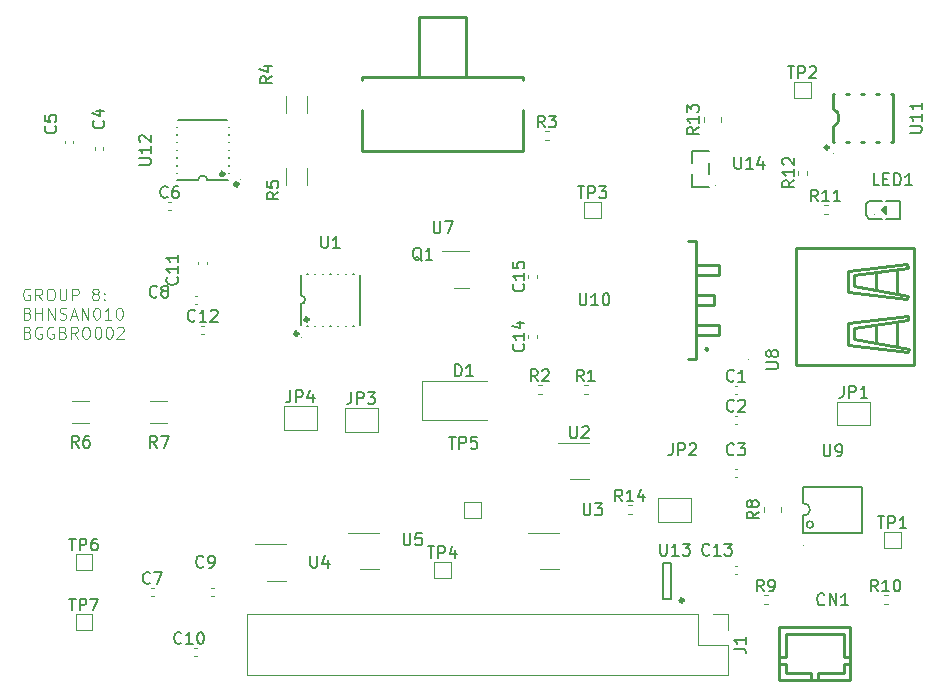
<source format=gto>
%TF.GenerationSoftware,KiCad,Pcbnew,7.0.1*%
%TF.CreationDate,2025-03-28T02:07:49+02:00*%
%TF.ProjectId,PowerCircuit_V6,506f7765-7243-4697-9263-7569745f5636,rev?*%
%TF.SameCoordinates,Original*%
%TF.FileFunction,Legend,Top*%
%TF.FilePolarity,Positive*%
%FSLAX46Y46*%
G04 Gerber Fmt 4.6, Leading zero omitted, Abs format (unit mm)*
G04 Created by KiCad (PCBNEW 7.0.1) date 2025-03-28 02:07:49*
%MOMM*%
%LPD*%
G01*
G04 APERTURE LIST*
%ADD10C,0.100000*%
%ADD11C,0.150000*%
%ADD12C,0.120000*%
%ADD13C,0.150013*%
%ADD14C,0.059995*%
%ADD15C,0.254000*%
%ADD16C,0.398781*%
%ADD17C,0.152400*%
%ADD18C,0.300000*%
%ADD19C,0.151994*%
G04 APERTURE END LIST*
D10*
X180951767Y-95619403D02*
X180856529Y-95571784D01*
X180856529Y-95571784D02*
X180713672Y-95571784D01*
X180713672Y-95571784D02*
X180570815Y-95619403D01*
X180570815Y-95619403D02*
X180475577Y-95714641D01*
X180475577Y-95714641D02*
X180427958Y-95809879D01*
X180427958Y-95809879D02*
X180380339Y-96000355D01*
X180380339Y-96000355D02*
X180380339Y-96143212D01*
X180380339Y-96143212D02*
X180427958Y-96333688D01*
X180427958Y-96333688D02*
X180475577Y-96428926D01*
X180475577Y-96428926D02*
X180570815Y-96524165D01*
X180570815Y-96524165D02*
X180713672Y-96571784D01*
X180713672Y-96571784D02*
X180808910Y-96571784D01*
X180808910Y-96571784D02*
X180951767Y-96524165D01*
X180951767Y-96524165D02*
X180999386Y-96476545D01*
X180999386Y-96476545D02*
X180999386Y-96143212D01*
X180999386Y-96143212D02*
X180808910Y-96143212D01*
X181999386Y-96571784D02*
X181666053Y-96095593D01*
X181427958Y-96571784D02*
X181427958Y-95571784D01*
X181427958Y-95571784D02*
X181808910Y-95571784D01*
X181808910Y-95571784D02*
X181904148Y-95619403D01*
X181904148Y-95619403D02*
X181951767Y-95667022D01*
X181951767Y-95667022D02*
X181999386Y-95762260D01*
X181999386Y-95762260D02*
X181999386Y-95905117D01*
X181999386Y-95905117D02*
X181951767Y-96000355D01*
X181951767Y-96000355D02*
X181904148Y-96047974D01*
X181904148Y-96047974D02*
X181808910Y-96095593D01*
X181808910Y-96095593D02*
X181427958Y-96095593D01*
X182618434Y-95571784D02*
X182808910Y-95571784D01*
X182808910Y-95571784D02*
X182904148Y-95619403D01*
X182904148Y-95619403D02*
X182999386Y-95714641D01*
X182999386Y-95714641D02*
X183047005Y-95905117D01*
X183047005Y-95905117D02*
X183047005Y-96238450D01*
X183047005Y-96238450D02*
X182999386Y-96428926D01*
X182999386Y-96428926D02*
X182904148Y-96524165D01*
X182904148Y-96524165D02*
X182808910Y-96571784D01*
X182808910Y-96571784D02*
X182618434Y-96571784D01*
X182618434Y-96571784D02*
X182523196Y-96524165D01*
X182523196Y-96524165D02*
X182427958Y-96428926D01*
X182427958Y-96428926D02*
X182380339Y-96238450D01*
X182380339Y-96238450D02*
X182380339Y-95905117D01*
X182380339Y-95905117D02*
X182427958Y-95714641D01*
X182427958Y-95714641D02*
X182523196Y-95619403D01*
X182523196Y-95619403D02*
X182618434Y-95571784D01*
X183475577Y-95571784D02*
X183475577Y-96381307D01*
X183475577Y-96381307D02*
X183523196Y-96476545D01*
X183523196Y-96476545D02*
X183570815Y-96524165D01*
X183570815Y-96524165D02*
X183666053Y-96571784D01*
X183666053Y-96571784D02*
X183856529Y-96571784D01*
X183856529Y-96571784D02*
X183951767Y-96524165D01*
X183951767Y-96524165D02*
X183999386Y-96476545D01*
X183999386Y-96476545D02*
X184047005Y-96381307D01*
X184047005Y-96381307D02*
X184047005Y-95571784D01*
X184523196Y-96571784D02*
X184523196Y-95571784D01*
X184523196Y-95571784D02*
X184904148Y-95571784D01*
X184904148Y-95571784D02*
X184999386Y-95619403D01*
X184999386Y-95619403D02*
X185047005Y-95667022D01*
X185047005Y-95667022D02*
X185094624Y-95762260D01*
X185094624Y-95762260D02*
X185094624Y-95905117D01*
X185094624Y-95905117D02*
X185047005Y-96000355D01*
X185047005Y-96000355D02*
X184999386Y-96047974D01*
X184999386Y-96047974D02*
X184904148Y-96095593D01*
X184904148Y-96095593D02*
X184523196Y-96095593D01*
X186427958Y-96000355D02*
X186332720Y-95952736D01*
X186332720Y-95952736D02*
X186285101Y-95905117D01*
X186285101Y-95905117D02*
X186237482Y-95809879D01*
X186237482Y-95809879D02*
X186237482Y-95762260D01*
X186237482Y-95762260D02*
X186285101Y-95667022D01*
X186285101Y-95667022D02*
X186332720Y-95619403D01*
X186332720Y-95619403D02*
X186427958Y-95571784D01*
X186427958Y-95571784D02*
X186618434Y-95571784D01*
X186618434Y-95571784D02*
X186713672Y-95619403D01*
X186713672Y-95619403D02*
X186761291Y-95667022D01*
X186761291Y-95667022D02*
X186808910Y-95762260D01*
X186808910Y-95762260D02*
X186808910Y-95809879D01*
X186808910Y-95809879D02*
X186761291Y-95905117D01*
X186761291Y-95905117D02*
X186713672Y-95952736D01*
X186713672Y-95952736D02*
X186618434Y-96000355D01*
X186618434Y-96000355D02*
X186427958Y-96000355D01*
X186427958Y-96000355D02*
X186332720Y-96047974D01*
X186332720Y-96047974D02*
X186285101Y-96095593D01*
X186285101Y-96095593D02*
X186237482Y-96190831D01*
X186237482Y-96190831D02*
X186237482Y-96381307D01*
X186237482Y-96381307D02*
X186285101Y-96476545D01*
X186285101Y-96476545D02*
X186332720Y-96524165D01*
X186332720Y-96524165D02*
X186427958Y-96571784D01*
X186427958Y-96571784D02*
X186618434Y-96571784D01*
X186618434Y-96571784D02*
X186713672Y-96524165D01*
X186713672Y-96524165D02*
X186761291Y-96476545D01*
X186761291Y-96476545D02*
X186808910Y-96381307D01*
X186808910Y-96381307D02*
X186808910Y-96190831D01*
X186808910Y-96190831D02*
X186761291Y-96095593D01*
X186761291Y-96095593D02*
X186713672Y-96047974D01*
X186713672Y-96047974D02*
X186618434Y-96000355D01*
X187237482Y-96476545D02*
X187285101Y-96524165D01*
X187285101Y-96524165D02*
X187237482Y-96571784D01*
X187237482Y-96571784D02*
X187189863Y-96524165D01*
X187189863Y-96524165D02*
X187237482Y-96476545D01*
X187237482Y-96476545D02*
X187237482Y-96571784D01*
X187237482Y-95952736D02*
X187285101Y-96000355D01*
X187285101Y-96000355D02*
X187237482Y-96047974D01*
X187237482Y-96047974D02*
X187189863Y-96000355D01*
X187189863Y-96000355D02*
X187237482Y-95952736D01*
X187237482Y-95952736D02*
X187237482Y-96047974D01*
X180761291Y-97667974D02*
X180904148Y-97715593D01*
X180904148Y-97715593D02*
X180951767Y-97763212D01*
X180951767Y-97763212D02*
X180999386Y-97858450D01*
X180999386Y-97858450D02*
X180999386Y-98001307D01*
X180999386Y-98001307D02*
X180951767Y-98096545D01*
X180951767Y-98096545D02*
X180904148Y-98144165D01*
X180904148Y-98144165D02*
X180808910Y-98191784D01*
X180808910Y-98191784D02*
X180427958Y-98191784D01*
X180427958Y-98191784D02*
X180427958Y-97191784D01*
X180427958Y-97191784D02*
X180761291Y-97191784D01*
X180761291Y-97191784D02*
X180856529Y-97239403D01*
X180856529Y-97239403D02*
X180904148Y-97287022D01*
X180904148Y-97287022D02*
X180951767Y-97382260D01*
X180951767Y-97382260D02*
X180951767Y-97477498D01*
X180951767Y-97477498D02*
X180904148Y-97572736D01*
X180904148Y-97572736D02*
X180856529Y-97620355D01*
X180856529Y-97620355D02*
X180761291Y-97667974D01*
X180761291Y-97667974D02*
X180427958Y-97667974D01*
X181427958Y-98191784D02*
X181427958Y-97191784D01*
X181427958Y-97667974D02*
X181999386Y-97667974D01*
X181999386Y-98191784D02*
X181999386Y-97191784D01*
X182475577Y-98191784D02*
X182475577Y-97191784D01*
X182475577Y-97191784D02*
X183047005Y-98191784D01*
X183047005Y-98191784D02*
X183047005Y-97191784D01*
X183475577Y-98144165D02*
X183618434Y-98191784D01*
X183618434Y-98191784D02*
X183856529Y-98191784D01*
X183856529Y-98191784D02*
X183951767Y-98144165D01*
X183951767Y-98144165D02*
X183999386Y-98096545D01*
X183999386Y-98096545D02*
X184047005Y-98001307D01*
X184047005Y-98001307D02*
X184047005Y-97906069D01*
X184047005Y-97906069D02*
X183999386Y-97810831D01*
X183999386Y-97810831D02*
X183951767Y-97763212D01*
X183951767Y-97763212D02*
X183856529Y-97715593D01*
X183856529Y-97715593D02*
X183666053Y-97667974D01*
X183666053Y-97667974D02*
X183570815Y-97620355D01*
X183570815Y-97620355D02*
X183523196Y-97572736D01*
X183523196Y-97572736D02*
X183475577Y-97477498D01*
X183475577Y-97477498D02*
X183475577Y-97382260D01*
X183475577Y-97382260D02*
X183523196Y-97287022D01*
X183523196Y-97287022D02*
X183570815Y-97239403D01*
X183570815Y-97239403D02*
X183666053Y-97191784D01*
X183666053Y-97191784D02*
X183904148Y-97191784D01*
X183904148Y-97191784D02*
X184047005Y-97239403D01*
X184427958Y-97906069D02*
X184904148Y-97906069D01*
X184332720Y-98191784D02*
X184666053Y-97191784D01*
X184666053Y-97191784D02*
X184999386Y-98191784D01*
X185332720Y-98191784D02*
X185332720Y-97191784D01*
X185332720Y-97191784D02*
X185904148Y-98191784D01*
X185904148Y-98191784D02*
X185904148Y-97191784D01*
X186570815Y-97191784D02*
X186666053Y-97191784D01*
X186666053Y-97191784D02*
X186761291Y-97239403D01*
X186761291Y-97239403D02*
X186808910Y-97287022D01*
X186808910Y-97287022D02*
X186856529Y-97382260D01*
X186856529Y-97382260D02*
X186904148Y-97572736D01*
X186904148Y-97572736D02*
X186904148Y-97810831D01*
X186904148Y-97810831D02*
X186856529Y-98001307D01*
X186856529Y-98001307D02*
X186808910Y-98096545D01*
X186808910Y-98096545D02*
X186761291Y-98144165D01*
X186761291Y-98144165D02*
X186666053Y-98191784D01*
X186666053Y-98191784D02*
X186570815Y-98191784D01*
X186570815Y-98191784D02*
X186475577Y-98144165D01*
X186475577Y-98144165D02*
X186427958Y-98096545D01*
X186427958Y-98096545D02*
X186380339Y-98001307D01*
X186380339Y-98001307D02*
X186332720Y-97810831D01*
X186332720Y-97810831D02*
X186332720Y-97572736D01*
X186332720Y-97572736D02*
X186380339Y-97382260D01*
X186380339Y-97382260D02*
X186427958Y-97287022D01*
X186427958Y-97287022D02*
X186475577Y-97239403D01*
X186475577Y-97239403D02*
X186570815Y-97191784D01*
X187856529Y-98191784D02*
X187285101Y-98191784D01*
X187570815Y-98191784D02*
X187570815Y-97191784D01*
X187570815Y-97191784D02*
X187475577Y-97334641D01*
X187475577Y-97334641D02*
X187380339Y-97429879D01*
X187380339Y-97429879D02*
X187285101Y-97477498D01*
X188475577Y-97191784D02*
X188570815Y-97191784D01*
X188570815Y-97191784D02*
X188666053Y-97239403D01*
X188666053Y-97239403D02*
X188713672Y-97287022D01*
X188713672Y-97287022D02*
X188761291Y-97382260D01*
X188761291Y-97382260D02*
X188808910Y-97572736D01*
X188808910Y-97572736D02*
X188808910Y-97810831D01*
X188808910Y-97810831D02*
X188761291Y-98001307D01*
X188761291Y-98001307D02*
X188713672Y-98096545D01*
X188713672Y-98096545D02*
X188666053Y-98144165D01*
X188666053Y-98144165D02*
X188570815Y-98191784D01*
X188570815Y-98191784D02*
X188475577Y-98191784D01*
X188475577Y-98191784D02*
X188380339Y-98144165D01*
X188380339Y-98144165D02*
X188332720Y-98096545D01*
X188332720Y-98096545D02*
X188285101Y-98001307D01*
X188285101Y-98001307D02*
X188237482Y-97810831D01*
X188237482Y-97810831D02*
X188237482Y-97572736D01*
X188237482Y-97572736D02*
X188285101Y-97382260D01*
X188285101Y-97382260D02*
X188332720Y-97287022D01*
X188332720Y-97287022D02*
X188380339Y-97239403D01*
X188380339Y-97239403D02*
X188475577Y-97191784D01*
X180761291Y-99287974D02*
X180904148Y-99335593D01*
X180904148Y-99335593D02*
X180951767Y-99383212D01*
X180951767Y-99383212D02*
X180999386Y-99478450D01*
X180999386Y-99478450D02*
X180999386Y-99621307D01*
X180999386Y-99621307D02*
X180951767Y-99716545D01*
X180951767Y-99716545D02*
X180904148Y-99764165D01*
X180904148Y-99764165D02*
X180808910Y-99811784D01*
X180808910Y-99811784D02*
X180427958Y-99811784D01*
X180427958Y-99811784D02*
X180427958Y-98811784D01*
X180427958Y-98811784D02*
X180761291Y-98811784D01*
X180761291Y-98811784D02*
X180856529Y-98859403D01*
X180856529Y-98859403D02*
X180904148Y-98907022D01*
X180904148Y-98907022D02*
X180951767Y-99002260D01*
X180951767Y-99002260D02*
X180951767Y-99097498D01*
X180951767Y-99097498D02*
X180904148Y-99192736D01*
X180904148Y-99192736D02*
X180856529Y-99240355D01*
X180856529Y-99240355D02*
X180761291Y-99287974D01*
X180761291Y-99287974D02*
X180427958Y-99287974D01*
X181951767Y-98859403D02*
X181856529Y-98811784D01*
X181856529Y-98811784D02*
X181713672Y-98811784D01*
X181713672Y-98811784D02*
X181570815Y-98859403D01*
X181570815Y-98859403D02*
X181475577Y-98954641D01*
X181475577Y-98954641D02*
X181427958Y-99049879D01*
X181427958Y-99049879D02*
X181380339Y-99240355D01*
X181380339Y-99240355D02*
X181380339Y-99383212D01*
X181380339Y-99383212D02*
X181427958Y-99573688D01*
X181427958Y-99573688D02*
X181475577Y-99668926D01*
X181475577Y-99668926D02*
X181570815Y-99764165D01*
X181570815Y-99764165D02*
X181713672Y-99811784D01*
X181713672Y-99811784D02*
X181808910Y-99811784D01*
X181808910Y-99811784D02*
X181951767Y-99764165D01*
X181951767Y-99764165D02*
X181999386Y-99716545D01*
X181999386Y-99716545D02*
X181999386Y-99383212D01*
X181999386Y-99383212D02*
X181808910Y-99383212D01*
X182951767Y-98859403D02*
X182856529Y-98811784D01*
X182856529Y-98811784D02*
X182713672Y-98811784D01*
X182713672Y-98811784D02*
X182570815Y-98859403D01*
X182570815Y-98859403D02*
X182475577Y-98954641D01*
X182475577Y-98954641D02*
X182427958Y-99049879D01*
X182427958Y-99049879D02*
X182380339Y-99240355D01*
X182380339Y-99240355D02*
X182380339Y-99383212D01*
X182380339Y-99383212D02*
X182427958Y-99573688D01*
X182427958Y-99573688D02*
X182475577Y-99668926D01*
X182475577Y-99668926D02*
X182570815Y-99764165D01*
X182570815Y-99764165D02*
X182713672Y-99811784D01*
X182713672Y-99811784D02*
X182808910Y-99811784D01*
X182808910Y-99811784D02*
X182951767Y-99764165D01*
X182951767Y-99764165D02*
X182999386Y-99716545D01*
X182999386Y-99716545D02*
X182999386Y-99383212D01*
X182999386Y-99383212D02*
X182808910Y-99383212D01*
X183761291Y-99287974D02*
X183904148Y-99335593D01*
X183904148Y-99335593D02*
X183951767Y-99383212D01*
X183951767Y-99383212D02*
X183999386Y-99478450D01*
X183999386Y-99478450D02*
X183999386Y-99621307D01*
X183999386Y-99621307D02*
X183951767Y-99716545D01*
X183951767Y-99716545D02*
X183904148Y-99764165D01*
X183904148Y-99764165D02*
X183808910Y-99811784D01*
X183808910Y-99811784D02*
X183427958Y-99811784D01*
X183427958Y-99811784D02*
X183427958Y-98811784D01*
X183427958Y-98811784D02*
X183761291Y-98811784D01*
X183761291Y-98811784D02*
X183856529Y-98859403D01*
X183856529Y-98859403D02*
X183904148Y-98907022D01*
X183904148Y-98907022D02*
X183951767Y-99002260D01*
X183951767Y-99002260D02*
X183951767Y-99097498D01*
X183951767Y-99097498D02*
X183904148Y-99192736D01*
X183904148Y-99192736D02*
X183856529Y-99240355D01*
X183856529Y-99240355D02*
X183761291Y-99287974D01*
X183761291Y-99287974D02*
X183427958Y-99287974D01*
X184999386Y-99811784D02*
X184666053Y-99335593D01*
X184427958Y-99811784D02*
X184427958Y-98811784D01*
X184427958Y-98811784D02*
X184808910Y-98811784D01*
X184808910Y-98811784D02*
X184904148Y-98859403D01*
X184904148Y-98859403D02*
X184951767Y-98907022D01*
X184951767Y-98907022D02*
X184999386Y-99002260D01*
X184999386Y-99002260D02*
X184999386Y-99145117D01*
X184999386Y-99145117D02*
X184951767Y-99240355D01*
X184951767Y-99240355D02*
X184904148Y-99287974D01*
X184904148Y-99287974D02*
X184808910Y-99335593D01*
X184808910Y-99335593D02*
X184427958Y-99335593D01*
X185618434Y-98811784D02*
X185808910Y-98811784D01*
X185808910Y-98811784D02*
X185904148Y-98859403D01*
X185904148Y-98859403D02*
X185999386Y-98954641D01*
X185999386Y-98954641D02*
X186047005Y-99145117D01*
X186047005Y-99145117D02*
X186047005Y-99478450D01*
X186047005Y-99478450D02*
X185999386Y-99668926D01*
X185999386Y-99668926D02*
X185904148Y-99764165D01*
X185904148Y-99764165D02*
X185808910Y-99811784D01*
X185808910Y-99811784D02*
X185618434Y-99811784D01*
X185618434Y-99811784D02*
X185523196Y-99764165D01*
X185523196Y-99764165D02*
X185427958Y-99668926D01*
X185427958Y-99668926D02*
X185380339Y-99478450D01*
X185380339Y-99478450D02*
X185380339Y-99145117D01*
X185380339Y-99145117D02*
X185427958Y-98954641D01*
X185427958Y-98954641D02*
X185523196Y-98859403D01*
X185523196Y-98859403D02*
X185618434Y-98811784D01*
X186666053Y-98811784D02*
X186761291Y-98811784D01*
X186761291Y-98811784D02*
X186856529Y-98859403D01*
X186856529Y-98859403D02*
X186904148Y-98907022D01*
X186904148Y-98907022D02*
X186951767Y-99002260D01*
X186951767Y-99002260D02*
X186999386Y-99192736D01*
X186999386Y-99192736D02*
X186999386Y-99430831D01*
X186999386Y-99430831D02*
X186951767Y-99621307D01*
X186951767Y-99621307D02*
X186904148Y-99716545D01*
X186904148Y-99716545D02*
X186856529Y-99764165D01*
X186856529Y-99764165D02*
X186761291Y-99811784D01*
X186761291Y-99811784D02*
X186666053Y-99811784D01*
X186666053Y-99811784D02*
X186570815Y-99764165D01*
X186570815Y-99764165D02*
X186523196Y-99716545D01*
X186523196Y-99716545D02*
X186475577Y-99621307D01*
X186475577Y-99621307D02*
X186427958Y-99430831D01*
X186427958Y-99430831D02*
X186427958Y-99192736D01*
X186427958Y-99192736D02*
X186475577Y-99002260D01*
X186475577Y-99002260D02*
X186523196Y-98907022D01*
X186523196Y-98907022D02*
X186570815Y-98859403D01*
X186570815Y-98859403D02*
X186666053Y-98811784D01*
X187618434Y-98811784D02*
X187713672Y-98811784D01*
X187713672Y-98811784D02*
X187808910Y-98859403D01*
X187808910Y-98859403D02*
X187856529Y-98907022D01*
X187856529Y-98907022D02*
X187904148Y-99002260D01*
X187904148Y-99002260D02*
X187951767Y-99192736D01*
X187951767Y-99192736D02*
X187951767Y-99430831D01*
X187951767Y-99430831D02*
X187904148Y-99621307D01*
X187904148Y-99621307D02*
X187856529Y-99716545D01*
X187856529Y-99716545D02*
X187808910Y-99764165D01*
X187808910Y-99764165D02*
X187713672Y-99811784D01*
X187713672Y-99811784D02*
X187618434Y-99811784D01*
X187618434Y-99811784D02*
X187523196Y-99764165D01*
X187523196Y-99764165D02*
X187475577Y-99716545D01*
X187475577Y-99716545D02*
X187427958Y-99621307D01*
X187427958Y-99621307D02*
X187380339Y-99430831D01*
X187380339Y-99430831D02*
X187380339Y-99192736D01*
X187380339Y-99192736D02*
X187427958Y-99002260D01*
X187427958Y-99002260D02*
X187475577Y-98907022D01*
X187475577Y-98907022D02*
X187523196Y-98859403D01*
X187523196Y-98859403D02*
X187618434Y-98811784D01*
X188332720Y-98907022D02*
X188380339Y-98859403D01*
X188380339Y-98859403D02*
X188475577Y-98811784D01*
X188475577Y-98811784D02*
X188713672Y-98811784D01*
X188713672Y-98811784D02*
X188808910Y-98859403D01*
X188808910Y-98859403D02*
X188856529Y-98907022D01*
X188856529Y-98907022D02*
X188904148Y-99002260D01*
X188904148Y-99002260D02*
X188904148Y-99097498D01*
X188904148Y-99097498D02*
X188856529Y-99240355D01*
X188856529Y-99240355D02*
X188285101Y-99811784D01*
X188285101Y-99811784D02*
X188904148Y-99811784D01*
D11*
%TO.C,U4*%
X204713095Y-118192784D02*
X204713095Y-119002307D01*
X204713095Y-119002307D02*
X204760714Y-119097545D01*
X204760714Y-119097545D02*
X204808333Y-119145165D01*
X204808333Y-119145165D02*
X204903571Y-119192784D01*
X204903571Y-119192784D02*
X205094047Y-119192784D01*
X205094047Y-119192784D02*
X205189285Y-119145165D01*
X205189285Y-119145165D02*
X205236904Y-119097545D01*
X205236904Y-119097545D02*
X205284523Y-119002307D01*
X205284523Y-119002307D02*
X205284523Y-118192784D01*
X206189285Y-118526117D02*
X206189285Y-119192784D01*
X205951190Y-118145165D02*
X205713095Y-118859450D01*
X205713095Y-118859450D02*
X206332142Y-118859450D01*
%TO.C,TP6*%
X184267358Y-116744784D02*
X184838786Y-116744784D01*
X184553072Y-117744784D02*
X184553072Y-116744784D01*
X185172120Y-117744784D02*
X185172120Y-116744784D01*
X185172120Y-116744784D02*
X185553072Y-116744784D01*
X185553072Y-116744784D02*
X185648310Y-116792403D01*
X185648310Y-116792403D02*
X185695929Y-116840022D01*
X185695929Y-116840022D02*
X185743548Y-116935260D01*
X185743548Y-116935260D02*
X185743548Y-117078117D01*
X185743548Y-117078117D02*
X185695929Y-117173355D01*
X185695929Y-117173355D02*
X185648310Y-117220974D01*
X185648310Y-117220974D02*
X185553072Y-117268593D01*
X185553072Y-117268593D02*
X185172120Y-117268593D01*
X186600691Y-116744784D02*
X186410215Y-116744784D01*
X186410215Y-116744784D02*
X186314977Y-116792403D01*
X186314977Y-116792403D02*
X186267358Y-116840022D01*
X186267358Y-116840022D02*
X186172120Y-116982879D01*
X186172120Y-116982879D02*
X186124501Y-117173355D01*
X186124501Y-117173355D02*
X186124501Y-117554307D01*
X186124501Y-117554307D02*
X186172120Y-117649545D01*
X186172120Y-117649545D02*
X186219739Y-117697165D01*
X186219739Y-117697165D02*
X186314977Y-117744784D01*
X186314977Y-117744784D02*
X186505453Y-117744784D01*
X186505453Y-117744784D02*
X186600691Y-117697165D01*
X186600691Y-117697165D02*
X186648310Y-117649545D01*
X186648310Y-117649545D02*
X186695929Y-117554307D01*
X186695929Y-117554307D02*
X186695929Y-117316212D01*
X186695929Y-117316212D02*
X186648310Y-117220974D01*
X186648310Y-117220974D02*
X186600691Y-117173355D01*
X186600691Y-117173355D02*
X186505453Y-117125736D01*
X186505453Y-117125736D02*
X186314977Y-117125736D01*
X186314977Y-117125736D02*
X186219739Y-117173355D01*
X186219739Y-117173355D02*
X186172120Y-117220974D01*
X186172120Y-117220974D02*
X186124501Y-117316212D01*
%TO.C,R9*%
X243075833Y-121212619D02*
X242742500Y-120736428D01*
X242504405Y-121212619D02*
X242504405Y-120212619D01*
X242504405Y-120212619D02*
X242885357Y-120212619D01*
X242885357Y-120212619D02*
X242980595Y-120260238D01*
X242980595Y-120260238D02*
X243028214Y-120307857D01*
X243028214Y-120307857D02*
X243075833Y-120403095D01*
X243075833Y-120403095D02*
X243075833Y-120545952D01*
X243075833Y-120545952D02*
X243028214Y-120641190D01*
X243028214Y-120641190D02*
X242980595Y-120688809D01*
X242980595Y-120688809D02*
X242885357Y-120736428D01*
X242885357Y-120736428D02*
X242504405Y-120736428D01*
X243552024Y-121212619D02*
X243742500Y-121212619D01*
X243742500Y-121212619D02*
X243837738Y-121165000D01*
X243837738Y-121165000D02*
X243885357Y-121117380D01*
X243885357Y-121117380D02*
X243980595Y-120974523D01*
X243980595Y-120974523D02*
X244028214Y-120784047D01*
X244028214Y-120784047D02*
X244028214Y-120403095D01*
X244028214Y-120403095D02*
X243980595Y-120307857D01*
X243980595Y-120307857D02*
X243932976Y-120260238D01*
X243932976Y-120260238D02*
X243837738Y-120212619D01*
X243837738Y-120212619D02*
X243647262Y-120212619D01*
X243647262Y-120212619D02*
X243552024Y-120260238D01*
X243552024Y-120260238D02*
X243504405Y-120307857D01*
X243504405Y-120307857D02*
X243456786Y-120403095D01*
X243456786Y-120403095D02*
X243456786Y-120641190D01*
X243456786Y-120641190D02*
X243504405Y-120736428D01*
X243504405Y-120736428D02*
X243552024Y-120784047D01*
X243552024Y-120784047D02*
X243647262Y-120831666D01*
X243647262Y-120831666D02*
X243837738Y-120831666D01*
X243837738Y-120831666D02*
X243932976Y-120784047D01*
X243932976Y-120784047D02*
X243980595Y-120736428D01*
X243980595Y-120736428D02*
X244028214Y-120641190D01*
%TO.C,U9*%
X248158095Y-108762492D02*
X248158095Y-109572015D01*
X248158095Y-109572015D02*
X248205714Y-109667253D01*
X248205714Y-109667253D02*
X248253333Y-109714873D01*
X248253333Y-109714873D02*
X248348571Y-109762492D01*
X248348571Y-109762492D02*
X248539047Y-109762492D01*
X248539047Y-109762492D02*
X248634285Y-109714873D01*
X248634285Y-109714873D02*
X248681904Y-109667253D01*
X248681904Y-109667253D02*
X248729523Y-109572015D01*
X248729523Y-109572015D02*
X248729523Y-108762492D01*
X249253333Y-109762492D02*
X249443809Y-109762492D01*
X249443809Y-109762492D02*
X249539047Y-109714873D01*
X249539047Y-109714873D02*
X249586666Y-109667253D01*
X249586666Y-109667253D02*
X249681904Y-109524396D01*
X249681904Y-109524396D02*
X249729523Y-109333920D01*
X249729523Y-109333920D02*
X249729523Y-108952968D01*
X249729523Y-108952968D02*
X249681904Y-108857730D01*
X249681904Y-108857730D02*
X249634285Y-108810111D01*
X249634285Y-108810111D02*
X249539047Y-108762492D01*
X249539047Y-108762492D02*
X249348571Y-108762492D01*
X249348571Y-108762492D02*
X249253333Y-108810111D01*
X249253333Y-108810111D02*
X249205714Y-108857730D01*
X249205714Y-108857730D02*
X249158095Y-108952968D01*
X249158095Y-108952968D02*
X249158095Y-109191063D01*
X249158095Y-109191063D02*
X249205714Y-109286301D01*
X249205714Y-109286301D02*
X249253333Y-109333920D01*
X249253333Y-109333920D02*
X249348571Y-109381539D01*
X249348571Y-109381539D02*
X249539047Y-109381539D01*
X249539047Y-109381539D02*
X249634285Y-109333920D01*
X249634285Y-109333920D02*
X249681904Y-109286301D01*
X249681904Y-109286301D02*
X249729523Y-109191063D01*
%TO.C,U10*%
X227489987Y-95982619D02*
X227489987Y-96792142D01*
X227489987Y-96792142D02*
X227537606Y-96887380D01*
X227537606Y-96887380D02*
X227585225Y-96935000D01*
X227585225Y-96935000D02*
X227680463Y-96982619D01*
X227680463Y-96982619D02*
X227870939Y-96982619D01*
X227870939Y-96982619D02*
X227966177Y-96935000D01*
X227966177Y-96935000D02*
X228013796Y-96887380D01*
X228013796Y-96887380D02*
X228061415Y-96792142D01*
X228061415Y-96792142D02*
X228061415Y-95982619D01*
X229061415Y-96982619D02*
X228489987Y-96982619D01*
X228775701Y-96982619D02*
X228775701Y-95982619D01*
X228775701Y-95982619D02*
X228680463Y-96125476D01*
X228680463Y-96125476D02*
X228585225Y-96220714D01*
X228585225Y-96220714D02*
X228489987Y-96268333D01*
X229680463Y-95982619D02*
X229775701Y-95982619D01*
X229775701Y-95982619D02*
X229870939Y-96030238D01*
X229870939Y-96030238D02*
X229918558Y-96077857D01*
X229918558Y-96077857D02*
X229966177Y-96173095D01*
X229966177Y-96173095D02*
X230013796Y-96363571D01*
X230013796Y-96363571D02*
X230013796Y-96601666D01*
X230013796Y-96601666D02*
X229966177Y-96792142D01*
X229966177Y-96792142D02*
X229918558Y-96887380D01*
X229918558Y-96887380D02*
X229870939Y-96935000D01*
X229870939Y-96935000D02*
X229775701Y-96982619D01*
X229775701Y-96982619D02*
X229680463Y-96982619D01*
X229680463Y-96982619D02*
X229585225Y-96935000D01*
X229585225Y-96935000D02*
X229537606Y-96887380D01*
X229537606Y-96887380D02*
X229489987Y-96792142D01*
X229489987Y-96792142D02*
X229442368Y-96601666D01*
X229442368Y-96601666D02*
X229442368Y-96363571D01*
X229442368Y-96363571D02*
X229489987Y-96173095D01*
X229489987Y-96173095D02*
X229537606Y-96077857D01*
X229537606Y-96077857D02*
X229585225Y-96030238D01*
X229585225Y-96030238D02*
X229680463Y-95982619D01*
%TO.C,U7*%
X215138120Y-89882695D02*
X215138120Y-90692218D01*
X215138120Y-90692218D02*
X215185739Y-90787456D01*
X215185739Y-90787456D02*
X215233358Y-90835076D01*
X215233358Y-90835076D02*
X215328596Y-90882695D01*
X215328596Y-90882695D02*
X215519072Y-90882695D01*
X215519072Y-90882695D02*
X215614310Y-90835076D01*
X215614310Y-90835076D02*
X215661929Y-90787456D01*
X215661929Y-90787456D02*
X215709548Y-90692218D01*
X215709548Y-90692218D02*
X215709548Y-89882695D01*
X216090501Y-89882695D02*
X216757167Y-89882695D01*
X216757167Y-89882695D02*
X216328596Y-90882695D01*
%TO.C,R13*%
X237572619Y-81922857D02*
X237096428Y-82256190D01*
X237572619Y-82494285D02*
X236572619Y-82494285D01*
X236572619Y-82494285D02*
X236572619Y-82113333D01*
X236572619Y-82113333D02*
X236620238Y-82018095D01*
X236620238Y-82018095D02*
X236667857Y-81970476D01*
X236667857Y-81970476D02*
X236763095Y-81922857D01*
X236763095Y-81922857D02*
X236905952Y-81922857D01*
X236905952Y-81922857D02*
X237001190Y-81970476D01*
X237001190Y-81970476D02*
X237048809Y-82018095D01*
X237048809Y-82018095D02*
X237096428Y-82113333D01*
X237096428Y-82113333D02*
X237096428Y-82494285D01*
X237572619Y-80970476D02*
X237572619Y-81541904D01*
X237572619Y-81256190D02*
X236572619Y-81256190D01*
X236572619Y-81256190D02*
X236715476Y-81351428D01*
X236715476Y-81351428D02*
X236810714Y-81446666D01*
X236810714Y-81446666D02*
X236858333Y-81541904D01*
X236572619Y-80637142D02*
X236572619Y-80018095D01*
X236572619Y-80018095D02*
X236953571Y-80351428D01*
X236953571Y-80351428D02*
X236953571Y-80208571D01*
X236953571Y-80208571D02*
X237001190Y-80113333D01*
X237001190Y-80113333D02*
X237048809Y-80065714D01*
X237048809Y-80065714D02*
X237144047Y-80018095D01*
X237144047Y-80018095D02*
X237382142Y-80018095D01*
X237382142Y-80018095D02*
X237477380Y-80065714D01*
X237477380Y-80065714D02*
X237525000Y-80113333D01*
X237525000Y-80113333D02*
X237572619Y-80208571D01*
X237572619Y-80208571D02*
X237572619Y-80494285D01*
X237572619Y-80494285D02*
X237525000Y-80589523D01*
X237525000Y-80589523D02*
X237477380Y-80637142D01*
%TO.C,C8*%
X191707196Y-96237545D02*
X191659577Y-96285165D01*
X191659577Y-96285165D02*
X191516720Y-96332784D01*
X191516720Y-96332784D02*
X191421482Y-96332784D01*
X191421482Y-96332784D02*
X191278625Y-96285165D01*
X191278625Y-96285165D02*
X191183387Y-96189926D01*
X191183387Y-96189926D02*
X191135768Y-96094688D01*
X191135768Y-96094688D02*
X191088149Y-95904212D01*
X191088149Y-95904212D02*
X191088149Y-95761355D01*
X191088149Y-95761355D02*
X191135768Y-95570879D01*
X191135768Y-95570879D02*
X191183387Y-95475641D01*
X191183387Y-95475641D02*
X191278625Y-95380403D01*
X191278625Y-95380403D02*
X191421482Y-95332784D01*
X191421482Y-95332784D02*
X191516720Y-95332784D01*
X191516720Y-95332784D02*
X191659577Y-95380403D01*
X191659577Y-95380403D02*
X191707196Y-95428022D01*
X192278625Y-95761355D02*
X192183387Y-95713736D01*
X192183387Y-95713736D02*
X192135768Y-95666117D01*
X192135768Y-95666117D02*
X192088149Y-95570879D01*
X192088149Y-95570879D02*
X192088149Y-95523260D01*
X192088149Y-95523260D02*
X192135768Y-95428022D01*
X192135768Y-95428022D02*
X192183387Y-95380403D01*
X192183387Y-95380403D02*
X192278625Y-95332784D01*
X192278625Y-95332784D02*
X192469101Y-95332784D01*
X192469101Y-95332784D02*
X192564339Y-95380403D01*
X192564339Y-95380403D02*
X192611958Y-95428022D01*
X192611958Y-95428022D02*
X192659577Y-95523260D01*
X192659577Y-95523260D02*
X192659577Y-95570879D01*
X192659577Y-95570879D02*
X192611958Y-95666117D01*
X192611958Y-95666117D02*
X192564339Y-95713736D01*
X192564339Y-95713736D02*
X192469101Y-95761355D01*
X192469101Y-95761355D02*
X192278625Y-95761355D01*
X192278625Y-95761355D02*
X192183387Y-95808974D01*
X192183387Y-95808974D02*
X192135768Y-95856593D01*
X192135768Y-95856593D02*
X192088149Y-95951831D01*
X192088149Y-95951831D02*
X192088149Y-96142307D01*
X192088149Y-96142307D02*
X192135768Y-96237545D01*
X192135768Y-96237545D02*
X192183387Y-96285165D01*
X192183387Y-96285165D02*
X192278625Y-96332784D01*
X192278625Y-96332784D02*
X192469101Y-96332784D01*
X192469101Y-96332784D02*
X192564339Y-96285165D01*
X192564339Y-96285165D02*
X192611958Y-96237545D01*
X192611958Y-96237545D02*
X192659577Y-96142307D01*
X192659577Y-96142307D02*
X192659577Y-95951831D01*
X192659577Y-95951831D02*
X192611958Y-95856593D01*
X192611958Y-95856593D02*
X192564339Y-95808974D01*
X192564339Y-95808974D02*
X192469101Y-95761355D01*
%TO.C,U14*%
X240601905Y-84417221D02*
X240601905Y-85226744D01*
X240601905Y-85226744D02*
X240649524Y-85321982D01*
X240649524Y-85321982D02*
X240697143Y-85369602D01*
X240697143Y-85369602D02*
X240792381Y-85417221D01*
X240792381Y-85417221D02*
X240982857Y-85417221D01*
X240982857Y-85417221D02*
X241078095Y-85369602D01*
X241078095Y-85369602D02*
X241125714Y-85321982D01*
X241125714Y-85321982D02*
X241173333Y-85226744D01*
X241173333Y-85226744D02*
X241173333Y-84417221D01*
X242173333Y-85417221D02*
X241601905Y-85417221D01*
X241887619Y-85417221D02*
X241887619Y-84417221D01*
X241887619Y-84417221D02*
X241792381Y-84560078D01*
X241792381Y-84560078D02*
X241697143Y-84655316D01*
X241697143Y-84655316D02*
X241601905Y-84702935D01*
X243030476Y-84750554D02*
X243030476Y-85417221D01*
X242792381Y-84369602D02*
X242554286Y-85083887D01*
X242554286Y-85083887D02*
X243173333Y-85083887D01*
%TO.C,U2*%
X226700595Y-107232619D02*
X226700595Y-108042142D01*
X226700595Y-108042142D02*
X226748214Y-108137380D01*
X226748214Y-108137380D02*
X226795833Y-108185000D01*
X226795833Y-108185000D02*
X226891071Y-108232619D01*
X226891071Y-108232619D02*
X227081547Y-108232619D01*
X227081547Y-108232619D02*
X227176785Y-108185000D01*
X227176785Y-108185000D02*
X227224404Y-108137380D01*
X227224404Y-108137380D02*
X227272023Y-108042142D01*
X227272023Y-108042142D02*
X227272023Y-107232619D01*
X227700595Y-107327857D02*
X227748214Y-107280238D01*
X227748214Y-107280238D02*
X227843452Y-107232619D01*
X227843452Y-107232619D02*
X228081547Y-107232619D01*
X228081547Y-107232619D02*
X228176785Y-107280238D01*
X228176785Y-107280238D02*
X228224404Y-107327857D01*
X228224404Y-107327857D02*
X228272023Y-107423095D01*
X228272023Y-107423095D02*
X228272023Y-107518333D01*
X228272023Y-107518333D02*
X228224404Y-107661190D01*
X228224404Y-107661190D02*
X227652976Y-108232619D01*
X227652976Y-108232619D02*
X228272023Y-108232619D01*
%TO.C,TP3*%
X227338095Y-86914619D02*
X227909523Y-86914619D01*
X227623809Y-87914619D02*
X227623809Y-86914619D01*
X228242857Y-87914619D02*
X228242857Y-86914619D01*
X228242857Y-86914619D02*
X228623809Y-86914619D01*
X228623809Y-86914619D02*
X228719047Y-86962238D01*
X228719047Y-86962238D02*
X228766666Y-87009857D01*
X228766666Y-87009857D02*
X228814285Y-87105095D01*
X228814285Y-87105095D02*
X228814285Y-87247952D01*
X228814285Y-87247952D02*
X228766666Y-87343190D01*
X228766666Y-87343190D02*
X228719047Y-87390809D01*
X228719047Y-87390809D02*
X228623809Y-87438428D01*
X228623809Y-87438428D02*
X228242857Y-87438428D01*
X229147619Y-86914619D02*
X229766666Y-86914619D01*
X229766666Y-86914619D02*
X229433333Y-87295571D01*
X229433333Y-87295571D02*
X229576190Y-87295571D01*
X229576190Y-87295571D02*
X229671428Y-87343190D01*
X229671428Y-87343190D02*
X229719047Y-87390809D01*
X229719047Y-87390809D02*
X229766666Y-87486047D01*
X229766666Y-87486047D02*
X229766666Y-87724142D01*
X229766666Y-87724142D02*
X229719047Y-87819380D01*
X229719047Y-87819380D02*
X229671428Y-87867000D01*
X229671428Y-87867000D02*
X229576190Y-87914619D01*
X229576190Y-87914619D02*
X229290476Y-87914619D01*
X229290476Y-87914619D02*
X229195238Y-87867000D01*
X229195238Y-87867000D02*
X229147619Y-87819380D01*
%TO.C,R7*%
X191707196Y-109032784D02*
X191373863Y-108556593D01*
X191135768Y-109032784D02*
X191135768Y-108032784D01*
X191135768Y-108032784D02*
X191516720Y-108032784D01*
X191516720Y-108032784D02*
X191611958Y-108080403D01*
X191611958Y-108080403D02*
X191659577Y-108128022D01*
X191659577Y-108128022D02*
X191707196Y-108223260D01*
X191707196Y-108223260D02*
X191707196Y-108366117D01*
X191707196Y-108366117D02*
X191659577Y-108461355D01*
X191659577Y-108461355D02*
X191611958Y-108508974D01*
X191611958Y-108508974D02*
X191516720Y-108556593D01*
X191516720Y-108556593D02*
X191135768Y-108556593D01*
X192040530Y-108032784D02*
X192707196Y-108032784D01*
X192707196Y-108032784D02*
X192278625Y-109032784D01*
%TO.C,JP3*%
X208171666Y-104342619D02*
X208171666Y-105056904D01*
X208171666Y-105056904D02*
X208124047Y-105199761D01*
X208124047Y-105199761D02*
X208028809Y-105295000D01*
X208028809Y-105295000D02*
X207885952Y-105342619D01*
X207885952Y-105342619D02*
X207790714Y-105342619D01*
X208647857Y-105342619D02*
X208647857Y-104342619D01*
X208647857Y-104342619D02*
X209028809Y-104342619D01*
X209028809Y-104342619D02*
X209124047Y-104390238D01*
X209124047Y-104390238D02*
X209171666Y-104437857D01*
X209171666Y-104437857D02*
X209219285Y-104533095D01*
X209219285Y-104533095D02*
X209219285Y-104675952D01*
X209219285Y-104675952D02*
X209171666Y-104771190D01*
X209171666Y-104771190D02*
X209124047Y-104818809D01*
X209124047Y-104818809D02*
X209028809Y-104866428D01*
X209028809Y-104866428D02*
X208647857Y-104866428D01*
X209552619Y-104342619D02*
X210171666Y-104342619D01*
X210171666Y-104342619D02*
X209838333Y-104723571D01*
X209838333Y-104723571D02*
X209981190Y-104723571D01*
X209981190Y-104723571D02*
X210076428Y-104771190D01*
X210076428Y-104771190D02*
X210124047Y-104818809D01*
X210124047Y-104818809D02*
X210171666Y-104914047D01*
X210171666Y-104914047D02*
X210171666Y-105152142D01*
X210171666Y-105152142D02*
X210124047Y-105247380D01*
X210124047Y-105247380D02*
X210076428Y-105295000D01*
X210076428Y-105295000D02*
X209981190Y-105342619D01*
X209981190Y-105342619D02*
X209695476Y-105342619D01*
X209695476Y-105342619D02*
X209600238Y-105295000D01*
X209600238Y-105295000D02*
X209552619Y-105247380D01*
%TO.C,U13*%
X234323768Y-117176784D02*
X234323768Y-117986307D01*
X234323768Y-117986307D02*
X234371387Y-118081545D01*
X234371387Y-118081545D02*
X234419006Y-118129165D01*
X234419006Y-118129165D02*
X234514244Y-118176784D01*
X234514244Y-118176784D02*
X234704720Y-118176784D01*
X234704720Y-118176784D02*
X234799958Y-118129165D01*
X234799958Y-118129165D02*
X234847577Y-118081545D01*
X234847577Y-118081545D02*
X234895196Y-117986307D01*
X234895196Y-117986307D02*
X234895196Y-117176784D01*
X235895196Y-118176784D02*
X235323768Y-118176784D01*
X235609482Y-118176784D02*
X235609482Y-117176784D01*
X235609482Y-117176784D02*
X235514244Y-117319641D01*
X235514244Y-117319641D02*
X235419006Y-117414879D01*
X235419006Y-117414879D02*
X235323768Y-117462498D01*
X236228530Y-117176784D02*
X236847577Y-117176784D01*
X236847577Y-117176784D02*
X236514244Y-117557736D01*
X236514244Y-117557736D02*
X236657101Y-117557736D01*
X236657101Y-117557736D02*
X236752339Y-117605355D01*
X236752339Y-117605355D02*
X236799958Y-117652974D01*
X236799958Y-117652974D02*
X236847577Y-117748212D01*
X236847577Y-117748212D02*
X236847577Y-117986307D01*
X236847577Y-117986307D02*
X236799958Y-118081545D01*
X236799958Y-118081545D02*
X236752339Y-118129165D01*
X236752339Y-118129165D02*
X236657101Y-118176784D01*
X236657101Y-118176784D02*
X236371387Y-118176784D01*
X236371387Y-118176784D02*
X236276149Y-118129165D01*
X236276149Y-118129165D02*
X236228530Y-118081545D01*
%TO.C,U12*%
X190192606Y-85093197D02*
X191002129Y-85093197D01*
X191002129Y-85093197D02*
X191097367Y-85045578D01*
X191097367Y-85045578D02*
X191144987Y-84997959D01*
X191144987Y-84997959D02*
X191192606Y-84902721D01*
X191192606Y-84902721D02*
X191192606Y-84712245D01*
X191192606Y-84712245D02*
X191144987Y-84617007D01*
X191144987Y-84617007D02*
X191097367Y-84569388D01*
X191097367Y-84569388D02*
X191002129Y-84521769D01*
X191002129Y-84521769D02*
X190192606Y-84521769D01*
X191192606Y-83521769D02*
X191192606Y-84093197D01*
X191192606Y-83807483D02*
X190192606Y-83807483D01*
X190192606Y-83807483D02*
X190335463Y-83902721D01*
X190335463Y-83902721D02*
X190430701Y-83997959D01*
X190430701Y-83997959D02*
X190478320Y-84093197D01*
X190287844Y-83140816D02*
X190240225Y-83093197D01*
X190240225Y-83093197D02*
X190192606Y-82997959D01*
X190192606Y-82997959D02*
X190192606Y-82759864D01*
X190192606Y-82759864D02*
X190240225Y-82664626D01*
X190240225Y-82664626D02*
X190287844Y-82617007D01*
X190287844Y-82617007D02*
X190383082Y-82569388D01*
X190383082Y-82569388D02*
X190478320Y-82569388D01*
X190478320Y-82569388D02*
X190621177Y-82617007D01*
X190621177Y-82617007D02*
X191192606Y-83188435D01*
X191192606Y-83188435D02*
X191192606Y-82569388D01*
%TO.C,U8*%
X243302631Y-102361871D02*
X244112154Y-102361871D01*
X244112154Y-102361871D02*
X244207392Y-102314252D01*
X244207392Y-102314252D02*
X244255012Y-102266633D01*
X244255012Y-102266633D02*
X244302631Y-102171395D01*
X244302631Y-102171395D02*
X244302631Y-101980919D01*
X244302631Y-101980919D02*
X244255012Y-101885681D01*
X244255012Y-101885681D02*
X244207392Y-101838062D01*
X244207392Y-101838062D02*
X244112154Y-101790443D01*
X244112154Y-101790443D02*
X243302631Y-101790443D01*
X243731202Y-101171395D02*
X243683583Y-101266633D01*
X243683583Y-101266633D02*
X243635964Y-101314252D01*
X243635964Y-101314252D02*
X243540726Y-101361871D01*
X243540726Y-101361871D02*
X243493107Y-101361871D01*
X243493107Y-101361871D02*
X243397869Y-101314252D01*
X243397869Y-101314252D02*
X243350250Y-101266633D01*
X243350250Y-101266633D02*
X243302631Y-101171395D01*
X243302631Y-101171395D02*
X243302631Y-100980919D01*
X243302631Y-100980919D02*
X243350250Y-100885681D01*
X243350250Y-100885681D02*
X243397869Y-100838062D01*
X243397869Y-100838062D02*
X243493107Y-100790443D01*
X243493107Y-100790443D02*
X243540726Y-100790443D01*
X243540726Y-100790443D02*
X243635964Y-100838062D01*
X243635964Y-100838062D02*
X243683583Y-100885681D01*
X243683583Y-100885681D02*
X243731202Y-100980919D01*
X243731202Y-100980919D02*
X243731202Y-101171395D01*
X243731202Y-101171395D02*
X243778821Y-101266633D01*
X243778821Y-101266633D02*
X243826440Y-101314252D01*
X243826440Y-101314252D02*
X243921678Y-101361871D01*
X243921678Y-101361871D02*
X244112154Y-101361871D01*
X244112154Y-101361871D02*
X244207392Y-101314252D01*
X244207392Y-101314252D02*
X244255012Y-101266633D01*
X244255012Y-101266633D02*
X244302631Y-101171395D01*
X244302631Y-101171395D02*
X244302631Y-100980919D01*
X244302631Y-100980919D02*
X244255012Y-100885681D01*
X244255012Y-100885681D02*
X244207392Y-100838062D01*
X244207392Y-100838062D02*
X244112154Y-100790443D01*
X244112154Y-100790443D02*
X243921678Y-100790443D01*
X243921678Y-100790443D02*
X243826440Y-100838062D01*
X243826440Y-100838062D02*
X243778821Y-100885681D01*
X243778821Y-100885681D02*
X243731202Y-100980919D01*
%TO.C,C15*%
X222727380Y-95190357D02*
X222775000Y-95237976D01*
X222775000Y-95237976D02*
X222822619Y-95380833D01*
X222822619Y-95380833D02*
X222822619Y-95476071D01*
X222822619Y-95476071D02*
X222775000Y-95618928D01*
X222775000Y-95618928D02*
X222679761Y-95714166D01*
X222679761Y-95714166D02*
X222584523Y-95761785D01*
X222584523Y-95761785D02*
X222394047Y-95809404D01*
X222394047Y-95809404D02*
X222251190Y-95809404D01*
X222251190Y-95809404D02*
X222060714Y-95761785D01*
X222060714Y-95761785D02*
X221965476Y-95714166D01*
X221965476Y-95714166D02*
X221870238Y-95618928D01*
X221870238Y-95618928D02*
X221822619Y-95476071D01*
X221822619Y-95476071D02*
X221822619Y-95380833D01*
X221822619Y-95380833D02*
X221870238Y-95237976D01*
X221870238Y-95237976D02*
X221917857Y-95190357D01*
X222822619Y-94237976D02*
X222822619Y-94809404D01*
X222822619Y-94523690D02*
X221822619Y-94523690D01*
X221822619Y-94523690D02*
X221965476Y-94618928D01*
X221965476Y-94618928D02*
X222060714Y-94714166D01*
X222060714Y-94714166D02*
X222108333Y-94809404D01*
X221822619Y-93333214D02*
X221822619Y-93809404D01*
X221822619Y-93809404D02*
X222298809Y-93857023D01*
X222298809Y-93857023D02*
X222251190Y-93809404D01*
X222251190Y-93809404D02*
X222203571Y-93714166D01*
X222203571Y-93714166D02*
X222203571Y-93476071D01*
X222203571Y-93476071D02*
X222251190Y-93380833D01*
X222251190Y-93380833D02*
X222298809Y-93333214D01*
X222298809Y-93333214D02*
X222394047Y-93285595D01*
X222394047Y-93285595D02*
X222632142Y-93285595D01*
X222632142Y-93285595D02*
X222727380Y-93333214D01*
X222727380Y-93333214D02*
X222775000Y-93380833D01*
X222775000Y-93380833D02*
X222822619Y-93476071D01*
X222822619Y-93476071D02*
X222822619Y-93714166D01*
X222822619Y-93714166D02*
X222775000Y-93809404D01*
X222775000Y-93809404D02*
X222727380Y-93857023D01*
%TO.C,U1*%
X205628092Y-91132606D02*
X205628092Y-91942129D01*
X205628092Y-91942129D02*
X205675711Y-92037367D01*
X205675711Y-92037367D02*
X205723330Y-92084987D01*
X205723330Y-92084987D02*
X205818568Y-92132606D01*
X205818568Y-92132606D02*
X206009044Y-92132606D01*
X206009044Y-92132606D02*
X206104282Y-92084987D01*
X206104282Y-92084987D02*
X206151901Y-92037367D01*
X206151901Y-92037367D02*
X206199520Y-91942129D01*
X206199520Y-91942129D02*
X206199520Y-91132606D01*
X207199520Y-92132606D02*
X206628092Y-92132606D01*
X206913806Y-92132606D02*
X206913806Y-91132606D01*
X206913806Y-91132606D02*
X206818568Y-91275463D01*
X206818568Y-91275463D02*
X206723330Y-91370701D01*
X206723330Y-91370701D02*
X206628092Y-91418320D01*
%TO.C,C13*%
X238475005Y-118081545D02*
X238427386Y-118129165D01*
X238427386Y-118129165D02*
X238284529Y-118176784D01*
X238284529Y-118176784D02*
X238189291Y-118176784D01*
X238189291Y-118176784D02*
X238046434Y-118129165D01*
X238046434Y-118129165D02*
X237951196Y-118033926D01*
X237951196Y-118033926D02*
X237903577Y-117938688D01*
X237903577Y-117938688D02*
X237855958Y-117748212D01*
X237855958Y-117748212D02*
X237855958Y-117605355D01*
X237855958Y-117605355D02*
X237903577Y-117414879D01*
X237903577Y-117414879D02*
X237951196Y-117319641D01*
X237951196Y-117319641D02*
X238046434Y-117224403D01*
X238046434Y-117224403D02*
X238189291Y-117176784D01*
X238189291Y-117176784D02*
X238284529Y-117176784D01*
X238284529Y-117176784D02*
X238427386Y-117224403D01*
X238427386Y-117224403D02*
X238475005Y-117272022D01*
X239427386Y-118176784D02*
X238855958Y-118176784D01*
X239141672Y-118176784D02*
X239141672Y-117176784D01*
X239141672Y-117176784D02*
X239046434Y-117319641D01*
X239046434Y-117319641D02*
X238951196Y-117414879D01*
X238951196Y-117414879D02*
X238855958Y-117462498D01*
X239760720Y-117176784D02*
X240379767Y-117176784D01*
X240379767Y-117176784D02*
X240046434Y-117557736D01*
X240046434Y-117557736D02*
X240189291Y-117557736D01*
X240189291Y-117557736D02*
X240284529Y-117605355D01*
X240284529Y-117605355D02*
X240332148Y-117652974D01*
X240332148Y-117652974D02*
X240379767Y-117748212D01*
X240379767Y-117748212D02*
X240379767Y-117986307D01*
X240379767Y-117986307D02*
X240332148Y-118081545D01*
X240332148Y-118081545D02*
X240284529Y-118129165D01*
X240284529Y-118129165D02*
X240189291Y-118176784D01*
X240189291Y-118176784D02*
X239903577Y-118176784D01*
X239903577Y-118176784D02*
X239808339Y-118129165D01*
X239808339Y-118129165D02*
X239760720Y-118081545D01*
%TO.C,TP2*%
X245118095Y-76754619D02*
X245689523Y-76754619D01*
X245403809Y-77754619D02*
X245403809Y-76754619D01*
X246022857Y-77754619D02*
X246022857Y-76754619D01*
X246022857Y-76754619D02*
X246403809Y-76754619D01*
X246403809Y-76754619D02*
X246499047Y-76802238D01*
X246499047Y-76802238D02*
X246546666Y-76849857D01*
X246546666Y-76849857D02*
X246594285Y-76945095D01*
X246594285Y-76945095D02*
X246594285Y-77087952D01*
X246594285Y-77087952D02*
X246546666Y-77183190D01*
X246546666Y-77183190D02*
X246499047Y-77230809D01*
X246499047Y-77230809D02*
X246403809Y-77278428D01*
X246403809Y-77278428D02*
X246022857Y-77278428D01*
X246975238Y-76849857D02*
X247022857Y-76802238D01*
X247022857Y-76802238D02*
X247118095Y-76754619D01*
X247118095Y-76754619D02*
X247356190Y-76754619D01*
X247356190Y-76754619D02*
X247451428Y-76802238D01*
X247451428Y-76802238D02*
X247499047Y-76849857D01*
X247499047Y-76849857D02*
X247546666Y-76945095D01*
X247546666Y-76945095D02*
X247546666Y-77040333D01*
X247546666Y-77040333D02*
X247499047Y-77183190D01*
X247499047Y-77183190D02*
X246927619Y-77754619D01*
X246927619Y-77754619D02*
X247546666Y-77754619D01*
%TO.C,C9*%
X195652196Y-119097545D02*
X195604577Y-119145165D01*
X195604577Y-119145165D02*
X195461720Y-119192784D01*
X195461720Y-119192784D02*
X195366482Y-119192784D01*
X195366482Y-119192784D02*
X195223625Y-119145165D01*
X195223625Y-119145165D02*
X195128387Y-119049926D01*
X195128387Y-119049926D02*
X195080768Y-118954688D01*
X195080768Y-118954688D02*
X195033149Y-118764212D01*
X195033149Y-118764212D02*
X195033149Y-118621355D01*
X195033149Y-118621355D02*
X195080768Y-118430879D01*
X195080768Y-118430879D02*
X195128387Y-118335641D01*
X195128387Y-118335641D02*
X195223625Y-118240403D01*
X195223625Y-118240403D02*
X195366482Y-118192784D01*
X195366482Y-118192784D02*
X195461720Y-118192784D01*
X195461720Y-118192784D02*
X195604577Y-118240403D01*
X195604577Y-118240403D02*
X195652196Y-118288022D01*
X196128387Y-119192784D02*
X196318863Y-119192784D01*
X196318863Y-119192784D02*
X196414101Y-119145165D01*
X196414101Y-119145165D02*
X196461720Y-119097545D01*
X196461720Y-119097545D02*
X196556958Y-118954688D01*
X196556958Y-118954688D02*
X196604577Y-118764212D01*
X196604577Y-118764212D02*
X196604577Y-118383260D01*
X196604577Y-118383260D02*
X196556958Y-118288022D01*
X196556958Y-118288022D02*
X196509339Y-118240403D01*
X196509339Y-118240403D02*
X196414101Y-118192784D01*
X196414101Y-118192784D02*
X196223625Y-118192784D01*
X196223625Y-118192784D02*
X196128387Y-118240403D01*
X196128387Y-118240403D02*
X196080768Y-118288022D01*
X196080768Y-118288022D02*
X196033149Y-118383260D01*
X196033149Y-118383260D02*
X196033149Y-118621355D01*
X196033149Y-118621355D02*
X196080768Y-118716593D01*
X196080768Y-118716593D02*
X196128387Y-118764212D01*
X196128387Y-118764212D02*
X196223625Y-118811831D01*
X196223625Y-118811831D02*
X196414101Y-118811831D01*
X196414101Y-118811831D02*
X196509339Y-118764212D01*
X196509339Y-118764212D02*
X196556958Y-118716593D01*
X196556958Y-118716593D02*
X196604577Y-118621355D01*
%TO.C,C14*%
X222727380Y-100270357D02*
X222775000Y-100317976D01*
X222775000Y-100317976D02*
X222822619Y-100460833D01*
X222822619Y-100460833D02*
X222822619Y-100556071D01*
X222822619Y-100556071D02*
X222775000Y-100698928D01*
X222775000Y-100698928D02*
X222679761Y-100794166D01*
X222679761Y-100794166D02*
X222584523Y-100841785D01*
X222584523Y-100841785D02*
X222394047Y-100889404D01*
X222394047Y-100889404D02*
X222251190Y-100889404D01*
X222251190Y-100889404D02*
X222060714Y-100841785D01*
X222060714Y-100841785D02*
X221965476Y-100794166D01*
X221965476Y-100794166D02*
X221870238Y-100698928D01*
X221870238Y-100698928D02*
X221822619Y-100556071D01*
X221822619Y-100556071D02*
X221822619Y-100460833D01*
X221822619Y-100460833D02*
X221870238Y-100317976D01*
X221870238Y-100317976D02*
X221917857Y-100270357D01*
X222822619Y-99317976D02*
X222822619Y-99889404D01*
X222822619Y-99603690D02*
X221822619Y-99603690D01*
X221822619Y-99603690D02*
X221965476Y-99698928D01*
X221965476Y-99698928D02*
X222060714Y-99794166D01*
X222060714Y-99794166D02*
X222108333Y-99889404D01*
X222155952Y-98460833D02*
X222822619Y-98460833D01*
X221775000Y-98698928D02*
X222489285Y-98937023D01*
X222489285Y-98937023D02*
X222489285Y-98317976D01*
%TO.C,C2*%
X240565833Y-105887380D02*
X240518214Y-105935000D01*
X240518214Y-105935000D02*
X240375357Y-105982619D01*
X240375357Y-105982619D02*
X240280119Y-105982619D01*
X240280119Y-105982619D02*
X240137262Y-105935000D01*
X240137262Y-105935000D02*
X240042024Y-105839761D01*
X240042024Y-105839761D02*
X239994405Y-105744523D01*
X239994405Y-105744523D02*
X239946786Y-105554047D01*
X239946786Y-105554047D02*
X239946786Y-105411190D01*
X239946786Y-105411190D02*
X239994405Y-105220714D01*
X239994405Y-105220714D02*
X240042024Y-105125476D01*
X240042024Y-105125476D02*
X240137262Y-105030238D01*
X240137262Y-105030238D02*
X240280119Y-104982619D01*
X240280119Y-104982619D02*
X240375357Y-104982619D01*
X240375357Y-104982619D02*
X240518214Y-105030238D01*
X240518214Y-105030238D02*
X240565833Y-105077857D01*
X240946786Y-105077857D02*
X240994405Y-105030238D01*
X240994405Y-105030238D02*
X241089643Y-104982619D01*
X241089643Y-104982619D02*
X241327738Y-104982619D01*
X241327738Y-104982619D02*
X241422976Y-105030238D01*
X241422976Y-105030238D02*
X241470595Y-105077857D01*
X241470595Y-105077857D02*
X241518214Y-105173095D01*
X241518214Y-105173095D02*
X241518214Y-105268333D01*
X241518214Y-105268333D02*
X241470595Y-105411190D01*
X241470595Y-105411190D02*
X240899167Y-105982619D01*
X240899167Y-105982619D02*
X241518214Y-105982619D01*
%TO.C,R6*%
X185077196Y-109032784D02*
X184743863Y-108556593D01*
X184505768Y-109032784D02*
X184505768Y-108032784D01*
X184505768Y-108032784D02*
X184886720Y-108032784D01*
X184886720Y-108032784D02*
X184981958Y-108080403D01*
X184981958Y-108080403D02*
X185029577Y-108128022D01*
X185029577Y-108128022D02*
X185077196Y-108223260D01*
X185077196Y-108223260D02*
X185077196Y-108366117D01*
X185077196Y-108366117D02*
X185029577Y-108461355D01*
X185029577Y-108461355D02*
X184981958Y-108508974D01*
X184981958Y-108508974D02*
X184886720Y-108556593D01*
X184886720Y-108556593D02*
X184505768Y-108556593D01*
X185934339Y-108032784D02*
X185743863Y-108032784D01*
X185743863Y-108032784D02*
X185648625Y-108080403D01*
X185648625Y-108080403D02*
X185601006Y-108128022D01*
X185601006Y-108128022D02*
X185505768Y-108270879D01*
X185505768Y-108270879D02*
X185458149Y-108461355D01*
X185458149Y-108461355D02*
X185458149Y-108842307D01*
X185458149Y-108842307D02*
X185505768Y-108937545D01*
X185505768Y-108937545D02*
X185553387Y-108985165D01*
X185553387Y-108985165D02*
X185648625Y-109032784D01*
X185648625Y-109032784D02*
X185839101Y-109032784D01*
X185839101Y-109032784D02*
X185934339Y-108985165D01*
X185934339Y-108985165D02*
X185981958Y-108937545D01*
X185981958Y-108937545D02*
X186029577Y-108842307D01*
X186029577Y-108842307D02*
X186029577Y-108604212D01*
X186029577Y-108604212D02*
X185981958Y-108508974D01*
X185981958Y-108508974D02*
X185934339Y-108461355D01*
X185934339Y-108461355D02*
X185839101Y-108413736D01*
X185839101Y-108413736D02*
X185648625Y-108413736D01*
X185648625Y-108413736D02*
X185553387Y-108461355D01*
X185553387Y-108461355D02*
X185505768Y-108508974D01*
X185505768Y-108508974D02*
X185458149Y-108604212D01*
%TO.C,TP5*%
X216423095Y-108124619D02*
X216994523Y-108124619D01*
X216708809Y-109124619D02*
X216708809Y-108124619D01*
X217327857Y-109124619D02*
X217327857Y-108124619D01*
X217327857Y-108124619D02*
X217708809Y-108124619D01*
X217708809Y-108124619D02*
X217804047Y-108172238D01*
X217804047Y-108172238D02*
X217851666Y-108219857D01*
X217851666Y-108219857D02*
X217899285Y-108315095D01*
X217899285Y-108315095D02*
X217899285Y-108457952D01*
X217899285Y-108457952D02*
X217851666Y-108553190D01*
X217851666Y-108553190D02*
X217804047Y-108600809D01*
X217804047Y-108600809D02*
X217708809Y-108648428D01*
X217708809Y-108648428D02*
X217327857Y-108648428D01*
X218804047Y-108124619D02*
X218327857Y-108124619D01*
X218327857Y-108124619D02*
X218280238Y-108600809D01*
X218280238Y-108600809D02*
X218327857Y-108553190D01*
X218327857Y-108553190D02*
X218423095Y-108505571D01*
X218423095Y-108505571D02*
X218661190Y-108505571D01*
X218661190Y-108505571D02*
X218756428Y-108553190D01*
X218756428Y-108553190D02*
X218804047Y-108600809D01*
X218804047Y-108600809D02*
X218851666Y-108696047D01*
X218851666Y-108696047D02*
X218851666Y-108934142D01*
X218851666Y-108934142D02*
X218804047Y-109029380D01*
X218804047Y-109029380D02*
X218756428Y-109077000D01*
X218756428Y-109077000D02*
X218661190Y-109124619D01*
X218661190Y-109124619D02*
X218423095Y-109124619D01*
X218423095Y-109124619D02*
X218327857Y-109077000D01*
X218327857Y-109077000D02*
X218280238Y-109029380D01*
%TO.C,R8*%
X242652619Y-114466666D02*
X242176428Y-114799999D01*
X242652619Y-115038094D02*
X241652619Y-115038094D01*
X241652619Y-115038094D02*
X241652619Y-114657142D01*
X241652619Y-114657142D02*
X241700238Y-114561904D01*
X241700238Y-114561904D02*
X241747857Y-114514285D01*
X241747857Y-114514285D02*
X241843095Y-114466666D01*
X241843095Y-114466666D02*
X241985952Y-114466666D01*
X241985952Y-114466666D02*
X242081190Y-114514285D01*
X242081190Y-114514285D02*
X242128809Y-114561904D01*
X242128809Y-114561904D02*
X242176428Y-114657142D01*
X242176428Y-114657142D02*
X242176428Y-115038094D01*
X242081190Y-113895237D02*
X242033571Y-113990475D01*
X242033571Y-113990475D02*
X241985952Y-114038094D01*
X241985952Y-114038094D02*
X241890714Y-114085713D01*
X241890714Y-114085713D02*
X241843095Y-114085713D01*
X241843095Y-114085713D02*
X241747857Y-114038094D01*
X241747857Y-114038094D02*
X241700238Y-113990475D01*
X241700238Y-113990475D02*
X241652619Y-113895237D01*
X241652619Y-113895237D02*
X241652619Y-113704761D01*
X241652619Y-113704761D02*
X241700238Y-113609523D01*
X241700238Y-113609523D02*
X241747857Y-113561904D01*
X241747857Y-113561904D02*
X241843095Y-113514285D01*
X241843095Y-113514285D02*
X241890714Y-113514285D01*
X241890714Y-113514285D02*
X241985952Y-113561904D01*
X241985952Y-113561904D02*
X242033571Y-113609523D01*
X242033571Y-113609523D02*
X242081190Y-113704761D01*
X242081190Y-113704761D02*
X242081190Y-113895237D01*
X242081190Y-113895237D02*
X242128809Y-113990475D01*
X242128809Y-113990475D02*
X242176428Y-114038094D01*
X242176428Y-114038094D02*
X242271666Y-114085713D01*
X242271666Y-114085713D02*
X242462142Y-114085713D01*
X242462142Y-114085713D02*
X242557380Y-114038094D01*
X242557380Y-114038094D02*
X242605000Y-113990475D01*
X242605000Y-113990475D02*
X242652619Y-113895237D01*
X242652619Y-113895237D02*
X242652619Y-113704761D01*
X242652619Y-113704761D02*
X242605000Y-113609523D01*
X242605000Y-113609523D02*
X242557380Y-113561904D01*
X242557380Y-113561904D02*
X242462142Y-113514285D01*
X242462142Y-113514285D02*
X242271666Y-113514285D01*
X242271666Y-113514285D02*
X242176428Y-113561904D01*
X242176428Y-113561904D02*
X242128809Y-113609523D01*
X242128809Y-113609523D02*
X242081190Y-113704761D01*
%TO.C,LED1*%
X252880919Y-86822592D02*
X252404729Y-86822592D01*
X252404729Y-86822592D02*
X252404729Y-85822592D01*
X253214253Y-86298782D02*
X253547586Y-86298782D01*
X253690443Y-86822592D02*
X253214253Y-86822592D01*
X253214253Y-86822592D02*
X253214253Y-85822592D01*
X253214253Y-85822592D02*
X253690443Y-85822592D01*
X254119015Y-86822592D02*
X254119015Y-85822592D01*
X254119015Y-85822592D02*
X254357110Y-85822592D01*
X254357110Y-85822592D02*
X254499967Y-85870211D01*
X254499967Y-85870211D02*
X254595205Y-85965449D01*
X254595205Y-85965449D02*
X254642824Y-86060687D01*
X254642824Y-86060687D02*
X254690443Y-86251163D01*
X254690443Y-86251163D02*
X254690443Y-86394020D01*
X254690443Y-86394020D02*
X254642824Y-86584496D01*
X254642824Y-86584496D02*
X254595205Y-86679734D01*
X254595205Y-86679734D02*
X254499967Y-86774973D01*
X254499967Y-86774973D02*
X254357110Y-86822592D01*
X254357110Y-86822592D02*
X254119015Y-86822592D01*
X255642824Y-86822592D02*
X255071396Y-86822592D01*
X255357110Y-86822592D02*
X255357110Y-85822592D01*
X255357110Y-85822592D02*
X255261872Y-85965449D01*
X255261872Y-85965449D02*
X255166634Y-86060687D01*
X255166634Y-86060687D02*
X255071396Y-86108306D01*
%TO.C,JP1*%
X249851666Y-103802619D02*
X249851666Y-104516904D01*
X249851666Y-104516904D02*
X249804047Y-104659761D01*
X249804047Y-104659761D02*
X249708809Y-104755000D01*
X249708809Y-104755000D02*
X249565952Y-104802619D01*
X249565952Y-104802619D02*
X249470714Y-104802619D01*
X250327857Y-104802619D02*
X250327857Y-103802619D01*
X250327857Y-103802619D02*
X250708809Y-103802619D01*
X250708809Y-103802619D02*
X250804047Y-103850238D01*
X250804047Y-103850238D02*
X250851666Y-103897857D01*
X250851666Y-103897857D02*
X250899285Y-103993095D01*
X250899285Y-103993095D02*
X250899285Y-104135952D01*
X250899285Y-104135952D02*
X250851666Y-104231190D01*
X250851666Y-104231190D02*
X250804047Y-104278809D01*
X250804047Y-104278809D02*
X250708809Y-104326428D01*
X250708809Y-104326428D02*
X250327857Y-104326428D01*
X251851666Y-104802619D02*
X251280238Y-104802619D01*
X251565952Y-104802619D02*
X251565952Y-103802619D01*
X251565952Y-103802619D02*
X251470714Y-103945476D01*
X251470714Y-103945476D02*
X251375476Y-104040714D01*
X251375476Y-104040714D02*
X251280238Y-104088333D01*
%TO.C,R4*%
X201432619Y-77606666D02*
X200956428Y-77939999D01*
X201432619Y-78178094D02*
X200432619Y-78178094D01*
X200432619Y-78178094D02*
X200432619Y-77797142D01*
X200432619Y-77797142D02*
X200480238Y-77701904D01*
X200480238Y-77701904D02*
X200527857Y-77654285D01*
X200527857Y-77654285D02*
X200623095Y-77606666D01*
X200623095Y-77606666D02*
X200765952Y-77606666D01*
X200765952Y-77606666D02*
X200861190Y-77654285D01*
X200861190Y-77654285D02*
X200908809Y-77701904D01*
X200908809Y-77701904D02*
X200956428Y-77797142D01*
X200956428Y-77797142D02*
X200956428Y-78178094D01*
X200765952Y-76749523D02*
X201432619Y-76749523D01*
X200385000Y-76987618D02*
X201099285Y-77225713D01*
X201099285Y-77225713D02*
X201099285Y-76606666D01*
%TO.C,J1*%
X240552619Y-126063333D02*
X241266904Y-126063333D01*
X241266904Y-126063333D02*
X241409761Y-126110952D01*
X241409761Y-126110952D02*
X241505000Y-126206190D01*
X241505000Y-126206190D02*
X241552619Y-126349047D01*
X241552619Y-126349047D02*
X241552619Y-126444285D01*
X241552619Y-125063333D02*
X241552619Y-125634761D01*
X241552619Y-125349047D02*
X240552619Y-125349047D01*
X240552619Y-125349047D02*
X240695476Y-125444285D01*
X240695476Y-125444285D02*
X240790714Y-125539523D01*
X240790714Y-125539523D02*
X240838333Y-125634761D01*
%TO.C,TP4*%
X214638095Y-117394619D02*
X215209523Y-117394619D01*
X214923809Y-118394619D02*
X214923809Y-117394619D01*
X215542857Y-118394619D02*
X215542857Y-117394619D01*
X215542857Y-117394619D02*
X215923809Y-117394619D01*
X215923809Y-117394619D02*
X216019047Y-117442238D01*
X216019047Y-117442238D02*
X216066666Y-117489857D01*
X216066666Y-117489857D02*
X216114285Y-117585095D01*
X216114285Y-117585095D02*
X216114285Y-117727952D01*
X216114285Y-117727952D02*
X216066666Y-117823190D01*
X216066666Y-117823190D02*
X216019047Y-117870809D01*
X216019047Y-117870809D02*
X215923809Y-117918428D01*
X215923809Y-117918428D02*
X215542857Y-117918428D01*
X216971428Y-117727952D02*
X216971428Y-118394619D01*
X216733333Y-117347000D02*
X216495238Y-118061285D01*
X216495238Y-118061285D02*
X217114285Y-118061285D01*
%TO.C,C4*%
X187161243Y-81364331D02*
X187208863Y-81411950D01*
X187208863Y-81411950D02*
X187256482Y-81554807D01*
X187256482Y-81554807D02*
X187256482Y-81650045D01*
X187256482Y-81650045D02*
X187208863Y-81792902D01*
X187208863Y-81792902D02*
X187113624Y-81888140D01*
X187113624Y-81888140D02*
X187018386Y-81935759D01*
X187018386Y-81935759D02*
X186827910Y-81983378D01*
X186827910Y-81983378D02*
X186685053Y-81983378D01*
X186685053Y-81983378D02*
X186494577Y-81935759D01*
X186494577Y-81935759D02*
X186399339Y-81888140D01*
X186399339Y-81888140D02*
X186304101Y-81792902D01*
X186304101Y-81792902D02*
X186256482Y-81650045D01*
X186256482Y-81650045D02*
X186256482Y-81554807D01*
X186256482Y-81554807D02*
X186304101Y-81411950D01*
X186304101Y-81411950D02*
X186351720Y-81364331D01*
X186589815Y-80507188D02*
X187256482Y-80507188D01*
X186208863Y-80745283D02*
X186923148Y-80983378D01*
X186923148Y-80983378D02*
X186923148Y-80364331D01*
%TO.C,R10*%
X252759642Y-121212619D02*
X252426309Y-120736428D01*
X252188214Y-121212619D02*
X252188214Y-120212619D01*
X252188214Y-120212619D02*
X252569166Y-120212619D01*
X252569166Y-120212619D02*
X252664404Y-120260238D01*
X252664404Y-120260238D02*
X252712023Y-120307857D01*
X252712023Y-120307857D02*
X252759642Y-120403095D01*
X252759642Y-120403095D02*
X252759642Y-120545952D01*
X252759642Y-120545952D02*
X252712023Y-120641190D01*
X252712023Y-120641190D02*
X252664404Y-120688809D01*
X252664404Y-120688809D02*
X252569166Y-120736428D01*
X252569166Y-120736428D02*
X252188214Y-120736428D01*
X253712023Y-121212619D02*
X253140595Y-121212619D01*
X253426309Y-121212619D02*
X253426309Y-120212619D01*
X253426309Y-120212619D02*
X253331071Y-120355476D01*
X253331071Y-120355476D02*
X253235833Y-120450714D01*
X253235833Y-120450714D02*
X253140595Y-120498333D01*
X254331071Y-120212619D02*
X254426309Y-120212619D01*
X254426309Y-120212619D02*
X254521547Y-120260238D01*
X254521547Y-120260238D02*
X254569166Y-120307857D01*
X254569166Y-120307857D02*
X254616785Y-120403095D01*
X254616785Y-120403095D02*
X254664404Y-120593571D01*
X254664404Y-120593571D02*
X254664404Y-120831666D01*
X254664404Y-120831666D02*
X254616785Y-121022142D01*
X254616785Y-121022142D02*
X254569166Y-121117380D01*
X254569166Y-121117380D02*
X254521547Y-121165000D01*
X254521547Y-121165000D02*
X254426309Y-121212619D01*
X254426309Y-121212619D02*
X254331071Y-121212619D01*
X254331071Y-121212619D02*
X254235833Y-121165000D01*
X254235833Y-121165000D02*
X254188214Y-121117380D01*
X254188214Y-121117380D02*
X254140595Y-121022142D01*
X254140595Y-121022142D02*
X254092976Y-120831666D01*
X254092976Y-120831666D02*
X254092976Y-120593571D01*
X254092976Y-120593571D02*
X254140595Y-120403095D01*
X254140595Y-120403095D02*
X254188214Y-120307857D01*
X254188214Y-120307857D02*
X254235833Y-120260238D01*
X254235833Y-120260238D02*
X254331071Y-120212619D01*
%TO.C,C7*%
X191139696Y-120477545D02*
X191092077Y-120525165D01*
X191092077Y-120525165D02*
X190949220Y-120572784D01*
X190949220Y-120572784D02*
X190853982Y-120572784D01*
X190853982Y-120572784D02*
X190711125Y-120525165D01*
X190711125Y-120525165D02*
X190615887Y-120429926D01*
X190615887Y-120429926D02*
X190568268Y-120334688D01*
X190568268Y-120334688D02*
X190520649Y-120144212D01*
X190520649Y-120144212D02*
X190520649Y-120001355D01*
X190520649Y-120001355D02*
X190568268Y-119810879D01*
X190568268Y-119810879D02*
X190615887Y-119715641D01*
X190615887Y-119715641D02*
X190711125Y-119620403D01*
X190711125Y-119620403D02*
X190853982Y-119572784D01*
X190853982Y-119572784D02*
X190949220Y-119572784D01*
X190949220Y-119572784D02*
X191092077Y-119620403D01*
X191092077Y-119620403D02*
X191139696Y-119668022D01*
X191473030Y-119572784D02*
X192139696Y-119572784D01*
X192139696Y-119572784D02*
X191711125Y-120572784D01*
%TO.C,JP4*%
X203015529Y-104200784D02*
X203015529Y-104915069D01*
X203015529Y-104915069D02*
X202967910Y-105057926D01*
X202967910Y-105057926D02*
X202872672Y-105153165D01*
X202872672Y-105153165D02*
X202729815Y-105200784D01*
X202729815Y-105200784D02*
X202634577Y-105200784D01*
X203491720Y-105200784D02*
X203491720Y-104200784D01*
X203491720Y-104200784D02*
X203872672Y-104200784D01*
X203872672Y-104200784D02*
X203967910Y-104248403D01*
X203967910Y-104248403D02*
X204015529Y-104296022D01*
X204015529Y-104296022D02*
X204063148Y-104391260D01*
X204063148Y-104391260D02*
X204063148Y-104534117D01*
X204063148Y-104534117D02*
X204015529Y-104629355D01*
X204015529Y-104629355D02*
X203967910Y-104676974D01*
X203967910Y-104676974D02*
X203872672Y-104724593D01*
X203872672Y-104724593D02*
X203491720Y-104724593D01*
X204920291Y-104534117D02*
X204920291Y-105200784D01*
X204682196Y-104153165D02*
X204444101Y-104867450D01*
X204444101Y-104867450D02*
X205063148Y-104867450D01*
%TO.C,U5*%
X212598095Y-116302619D02*
X212598095Y-117112142D01*
X212598095Y-117112142D02*
X212645714Y-117207380D01*
X212645714Y-117207380D02*
X212693333Y-117255000D01*
X212693333Y-117255000D02*
X212788571Y-117302619D01*
X212788571Y-117302619D02*
X212979047Y-117302619D01*
X212979047Y-117302619D02*
X213074285Y-117255000D01*
X213074285Y-117255000D02*
X213121904Y-117207380D01*
X213121904Y-117207380D02*
X213169523Y-117112142D01*
X213169523Y-117112142D02*
X213169523Y-116302619D01*
X214121904Y-116302619D02*
X213645714Y-116302619D01*
X213645714Y-116302619D02*
X213598095Y-116778809D01*
X213598095Y-116778809D02*
X213645714Y-116731190D01*
X213645714Y-116731190D02*
X213740952Y-116683571D01*
X213740952Y-116683571D02*
X213979047Y-116683571D01*
X213979047Y-116683571D02*
X214074285Y-116731190D01*
X214074285Y-116731190D02*
X214121904Y-116778809D01*
X214121904Y-116778809D02*
X214169523Y-116874047D01*
X214169523Y-116874047D02*
X214169523Y-117112142D01*
X214169523Y-117112142D02*
X214121904Y-117207380D01*
X214121904Y-117207380D02*
X214074285Y-117255000D01*
X214074285Y-117255000D02*
X213979047Y-117302619D01*
X213979047Y-117302619D02*
X213740952Y-117302619D01*
X213740952Y-117302619D02*
X213645714Y-117255000D01*
X213645714Y-117255000D02*
X213598095Y-117207380D01*
%TO.C,C11*%
X193407380Y-94622857D02*
X193455000Y-94670476D01*
X193455000Y-94670476D02*
X193502619Y-94813333D01*
X193502619Y-94813333D02*
X193502619Y-94908571D01*
X193502619Y-94908571D02*
X193455000Y-95051428D01*
X193455000Y-95051428D02*
X193359761Y-95146666D01*
X193359761Y-95146666D02*
X193264523Y-95194285D01*
X193264523Y-95194285D02*
X193074047Y-95241904D01*
X193074047Y-95241904D02*
X192931190Y-95241904D01*
X192931190Y-95241904D02*
X192740714Y-95194285D01*
X192740714Y-95194285D02*
X192645476Y-95146666D01*
X192645476Y-95146666D02*
X192550238Y-95051428D01*
X192550238Y-95051428D02*
X192502619Y-94908571D01*
X192502619Y-94908571D02*
X192502619Y-94813333D01*
X192502619Y-94813333D02*
X192550238Y-94670476D01*
X192550238Y-94670476D02*
X192597857Y-94622857D01*
X193502619Y-93670476D02*
X193502619Y-94241904D01*
X193502619Y-93956190D02*
X192502619Y-93956190D01*
X192502619Y-93956190D02*
X192645476Y-94051428D01*
X192645476Y-94051428D02*
X192740714Y-94146666D01*
X192740714Y-94146666D02*
X192788333Y-94241904D01*
X193502619Y-92718095D02*
X193502619Y-93289523D01*
X193502619Y-93003809D02*
X192502619Y-93003809D01*
X192502619Y-93003809D02*
X192645476Y-93099047D01*
X192645476Y-93099047D02*
X192740714Y-93194285D01*
X192740714Y-93194285D02*
X192788333Y-93289523D01*
%TO.C,R14*%
X231094642Y-113592619D02*
X230761309Y-113116428D01*
X230523214Y-113592619D02*
X230523214Y-112592619D01*
X230523214Y-112592619D02*
X230904166Y-112592619D01*
X230904166Y-112592619D02*
X230999404Y-112640238D01*
X230999404Y-112640238D02*
X231047023Y-112687857D01*
X231047023Y-112687857D02*
X231094642Y-112783095D01*
X231094642Y-112783095D02*
X231094642Y-112925952D01*
X231094642Y-112925952D02*
X231047023Y-113021190D01*
X231047023Y-113021190D02*
X230999404Y-113068809D01*
X230999404Y-113068809D02*
X230904166Y-113116428D01*
X230904166Y-113116428D02*
X230523214Y-113116428D01*
X232047023Y-113592619D02*
X231475595Y-113592619D01*
X231761309Y-113592619D02*
X231761309Y-112592619D01*
X231761309Y-112592619D02*
X231666071Y-112735476D01*
X231666071Y-112735476D02*
X231570833Y-112830714D01*
X231570833Y-112830714D02*
X231475595Y-112878333D01*
X232904166Y-112925952D02*
X232904166Y-113592619D01*
X232666071Y-112545000D02*
X232427976Y-113259285D01*
X232427976Y-113259285D02*
X233047023Y-113259285D01*
%TO.C,C3*%
X240565833Y-109587380D02*
X240518214Y-109635000D01*
X240518214Y-109635000D02*
X240375357Y-109682619D01*
X240375357Y-109682619D02*
X240280119Y-109682619D01*
X240280119Y-109682619D02*
X240137262Y-109635000D01*
X240137262Y-109635000D02*
X240042024Y-109539761D01*
X240042024Y-109539761D02*
X239994405Y-109444523D01*
X239994405Y-109444523D02*
X239946786Y-109254047D01*
X239946786Y-109254047D02*
X239946786Y-109111190D01*
X239946786Y-109111190D02*
X239994405Y-108920714D01*
X239994405Y-108920714D02*
X240042024Y-108825476D01*
X240042024Y-108825476D02*
X240137262Y-108730238D01*
X240137262Y-108730238D02*
X240280119Y-108682619D01*
X240280119Y-108682619D02*
X240375357Y-108682619D01*
X240375357Y-108682619D02*
X240518214Y-108730238D01*
X240518214Y-108730238D02*
X240565833Y-108777857D01*
X240899167Y-108682619D02*
X241518214Y-108682619D01*
X241518214Y-108682619D02*
X241184881Y-109063571D01*
X241184881Y-109063571D02*
X241327738Y-109063571D01*
X241327738Y-109063571D02*
X241422976Y-109111190D01*
X241422976Y-109111190D02*
X241470595Y-109158809D01*
X241470595Y-109158809D02*
X241518214Y-109254047D01*
X241518214Y-109254047D02*
X241518214Y-109492142D01*
X241518214Y-109492142D02*
X241470595Y-109587380D01*
X241470595Y-109587380D02*
X241422976Y-109635000D01*
X241422976Y-109635000D02*
X241327738Y-109682619D01*
X241327738Y-109682619D02*
X241042024Y-109682619D01*
X241042024Y-109682619D02*
X240946786Y-109635000D01*
X240946786Y-109635000D02*
X240899167Y-109587380D01*
%TO.C,Q1*%
X214130624Y-93207857D02*
X214035386Y-93160238D01*
X214035386Y-93160238D02*
X213940148Y-93065000D01*
X213940148Y-93065000D02*
X213797291Y-92922142D01*
X213797291Y-92922142D02*
X213702053Y-92874523D01*
X213702053Y-92874523D02*
X213606815Y-92874523D01*
X213654434Y-93112619D02*
X213559196Y-93065000D01*
X213559196Y-93065000D02*
X213463958Y-92969761D01*
X213463958Y-92969761D02*
X213416339Y-92779285D01*
X213416339Y-92779285D02*
X213416339Y-92445952D01*
X213416339Y-92445952D02*
X213463958Y-92255476D01*
X213463958Y-92255476D02*
X213559196Y-92160238D01*
X213559196Y-92160238D02*
X213654434Y-92112619D01*
X213654434Y-92112619D02*
X213844910Y-92112619D01*
X213844910Y-92112619D02*
X213940148Y-92160238D01*
X213940148Y-92160238D02*
X214035386Y-92255476D01*
X214035386Y-92255476D02*
X214083005Y-92445952D01*
X214083005Y-92445952D02*
X214083005Y-92779285D01*
X214083005Y-92779285D02*
X214035386Y-92969761D01*
X214035386Y-92969761D02*
X213940148Y-93065000D01*
X213940148Y-93065000D02*
X213844910Y-93112619D01*
X213844910Y-93112619D02*
X213654434Y-93112619D01*
X215035386Y-93112619D02*
X214463958Y-93112619D01*
X214749672Y-93112619D02*
X214749672Y-92112619D01*
X214749672Y-92112619D02*
X214654434Y-92255476D01*
X214654434Y-92255476D02*
X214559196Y-92350714D01*
X214559196Y-92350714D02*
X214463958Y-92398333D01*
%TO.C,C5*%
X183097243Y-81812831D02*
X183144863Y-81860450D01*
X183144863Y-81860450D02*
X183192482Y-82003307D01*
X183192482Y-82003307D02*
X183192482Y-82098545D01*
X183192482Y-82098545D02*
X183144863Y-82241402D01*
X183144863Y-82241402D02*
X183049624Y-82336640D01*
X183049624Y-82336640D02*
X182954386Y-82384259D01*
X182954386Y-82384259D02*
X182763910Y-82431878D01*
X182763910Y-82431878D02*
X182621053Y-82431878D01*
X182621053Y-82431878D02*
X182430577Y-82384259D01*
X182430577Y-82384259D02*
X182335339Y-82336640D01*
X182335339Y-82336640D02*
X182240101Y-82241402D01*
X182240101Y-82241402D02*
X182192482Y-82098545D01*
X182192482Y-82098545D02*
X182192482Y-82003307D01*
X182192482Y-82003307D02*
X182240101Y-81860450D01*
X182240101Y-81860450D02*
X182287720Y-81812831D01*
X182192482Y-80908069D02*
X182192482Y-81384259D01*
X182192482Y-81384259D02*
X182668672Y-81431878D01*
X182668672Y-81431878D02*
X182621053Y-81384259D01*
X182621053Y-81384259D02*
X182573434Y-81289021D01*
X182573434Y-81289021D02*
X182573434Y-81050926D01*
X182573434Y-81050926D02*
X182621053Y-80955688D01*
X182621053Y-80955688D02*
X182668672Y-80908069D01*
X182668672Y-80908069D02*
X182763910Y-80860450D01*
X182763910Y-80860450D02*
X183002005Y-80860450D01*
X183002005Y-80860450D02*
X183097243Y-80908069D01*
X183097243Y-80908069D02*
X183144863Y-80955688D01*
X183144863Y-80955688D02*
X183192482Y-81050926D01*
X183192482Y-81050926D02*
X183192482Y-81289021D01*
X183192482Y-81289021D02*
X183144863Y-81384259D01*
X183144863Y-81384259D02*
X183097243Y-81431878D01*
%TO.C,C12*%
X194937142Y-98267380D02*
X194889523Y-98315000D01*
X194889523Y-98315000D02*
X194746666Y-98362619D01*
X194746666Y-98362619D02*
X194651428Y-98362619D01*
X194651428Y-98362619D02*
X194508571Y-98315000D01*
X194508571Y-98315000D02*
X194413333Y-98219761D01*
X194413333Y-98219761D02*
X194365714Y-98124523D01*
X194365714Y-98124523D02*
X194318095Y-97934047D01*
X194318095Y-97934047D02*
X194318095Y-97791190D01*
X194318095Y-97791190D02*
X194365714Y-97600714D01*
X194365714Y-97600714D02*
X194413333Y-97505476D01*
X194413333Y-97505476D02*
X194508571Y-97410238D01*
X194508571Y-97410238D02*
X194651428Y-97362619D01*
X194651428Y-97362619D02*
X194746666Y-97362619D01*
X194746666Y-97362619D02*
X194889523Y-97410238D01*
X194889523Y-97410238D02*
X194937142Y-97457857D01*
X195889523Y-98362619D02*
X195318095Y-98362619D01*
X195603809Y-98362619D02*
X195603809Y-97362619D01*
X195603809Y-97362619D02*
X195508571Y-97505476D01*
X195508571Y-97505476D02*
X195413333Y-97600714D01*
X195413333Y-97600714D02*
X195318095Y-97648333D01*
X196270476Y-97457857D02*
X196318095Y-97410238D01*
X196318095Y-97410238D02*
X196413333Y-97362619D01*
X196413333Y-97362619D02*
X196651428Y-97362619D01*
X196651428Y-97362619D02*
X196746666Y-97410238D01*
X196746666Y-97410238D02*
X196794285Y-97457857D01*
X196794285Y-97457857D02*
X196841904Y-97553095D01*
X196841904Y-97553095D02*
X196841904Y-97648333D01*
X196841904Y-97648333D02*
X196794285Y-97791190D01*
X196794285Y-97791190D02*
X196222857Y-98362619D01*
X196222857Y-98362619D02*
X196841904Y-98362619D01*
%TO.C,R5*%
X201988482Y-87400831D02*
X201512291Y-87734164D01*
X201988482Y-87972259D02*
X200988482Y-87972259D01*
X200988482Y-87972259D02*
X200988482Y-87591307D01*
X200988482Y-87591307D02*
X201036101Y-87496069D01*
X201036101Y-87496069D02*
X201083720Y-87448450D01*
X201083720Y-87448450D02*
X201178958Y-87400831D01*
X201178958Y-87400831D02*
X201321815Y-87400831D01*
X201321815Y-87400831D02*
X201417053Y-87448450D01*
X201417053Y-87448450D02*
X201464672Y-87496069D01*
X201464672Y-87496069D02*
X201512291Y-87591307D01*
X201512291Y-87591307D02*
X201512291Y-87972259D01*
X200988482Y-86496069D02*
X200988482Y-86972259D01*
X200988482Y-86972259D02*
X201464672Y-87019878D01*
X201464672Y-87019878D02*
X201417053Y-86972259D01*
X201417053Y-86972259D02*
X201369434Y-86877021D01*
X201369434Y-86877021D02*
X201369434Y-86638926D01*
X201369434Y-86638926D02*
X201417053Y-86543688D01*
X201417053Y-86543688D02*
X201464672Y-86496069D01*
X201464672Y-86496069D02*
X201559910Y-86448450D01*
X201559910Y-86448450D02*
X201798005Y-86448450D01*
X201798005Y-86448450D02*
X201893243Y-86496069D01*
X201893243Y-86496069D02*
X201940863Y-86543688D01*
X201940863Y-86543688D02*
X201988482Y-86638926D01*
X201988482Y-86638926D02*
X201988482Y-86877021D01*
X201988482Y-86877021D02*
X201940863Y-86972259D01*
X201940863Y-86972259D02*
X201893243Y-87019878D01*
%TO.C,JP2*%
X235386666Y-108682619D02*
X235386666Y-109396904D01*
X235386666Y-109396904D02*
X235339047Y-109539761D01*
X235339047Y-109539761D02*
X235243809Y-109635000D01*
X235243809Y-109635000D02*
X235100952Y-109682619D01*
X235100952Y-109682619D02*
X235005714Y-109682619D01*
X235862857Y-109682619D02*
X235862857Y-108682619D01*
X235862857Y-108682619D02*
X236243809Y-108682619D01*
X236243809Y-108682619D02*
X236339047Y-108730238D01*
X236339047Y-108730238D02*
X236386666Y-108777857D01*
X236386666Y-108777857D02*
X236434285Y-108873095D01*
X236434285Y-108873095D02*
X236434285Y-109015952D01*
X236434285Y-109015952D02*
X236386666Y-109111190D01*
X236386666Y-109111190D02*
X236339047Y-109158809D01*
X236339047Y-109158809D02*
X236243809Y-109206428D01*
X236243809Y-109206428D02*
X235862857Y-109206428D01*
X236815238Y-108777857D02*
X236862857Y-108730238D01*
X236862857Y-108730238D02*
X236958095Y-108682619D01*
X236958095Y-108682619D02*
X237196190Y-108682619D01*
X237196190Y-108682619D02*
X237291428Y-108730238D01*
X237291428Y-108730238D02*
X237339047Y-108777857D01*
X237339047Y-108777857D02*
X237386666Y-108873095D01*
X237386666Y-108873095D02*
X237386666Y-108968333D01*
X237386666Y-108968333D02*
X237339047Y-109111190D01*
X237339047Y-109111190D02*
X236767619Y-109682619D01*
X236767619Y-109682619D02*
X237386666Y-109682619D01*
%TO.C,CN1*%
X248229523Y-122287380D02*
X248181904Y-122335000D01*
X248181904Y-122335000D02*
X248039047Y-122382619D01*
X248039047Y-122382619D02*
X247943809Y-122382619D01*
X247943809Y-122382619D02*
X247800952Y-122335000D01*
X247800952Y-122335000D02*
X247705714Y-122239761D01*
X247705714Y-122239761D02*
X247658095Y-122144523D01*
X247658095Y-122144523D02*
X247610476Y-121954047D01*
X247610476Y-121954047D02*
X247610476Y-121811190D01*
X247610476Y-121811190D02*
X247658095Y-121620714D01*
X247658095Y-121620714D02*
X247705714Y-121525476D01*
X247705714Y-121525476D02*
X247800952Y-121430238D01*
X247800952Y-121430238D02*
X247943809Y-121382619D01*
X247943809Y-121382619D02*
X248039047Y-121382619D01*
X248039047Y-121382619D02*
X248181904Y-121430238D01*
X248181904Y-121430238D02*
X248229523Y-121477857D01*
X248658095Y-122382619D02*
X248658095Y-121382619D01*
X248658095Y-121382619D02*
X249229523Y-122382619D01*
X249229523Y-122382619D02*
X249229523Y-121382619D01*
X250229523Y-122382619D02*
X249658095Y-122382619D01*
X249943809Y-122382619D02*
X249943809Y-121382619D01*
X249943809Y-121382619D02*
X249848571Y-121525476D01*
X249848571Y-121525476D02*
X249753333Y-121620714D01*
X249753333Y-121620714D02*
X249658095Y-121668333D01*
%TO.C,TP7*%
X184267358Y-121824784D02*
X184838786Y-121824784D01*
X184553072Y-122824784D02*
X184553072Y-121824784D01*
X185172120Y-122824784D02*
X185172120Y-121824784D01*
X185172120Y-121824784D02*
X185553072Y-121824784D01*
X185553072Y-121824784D02*
X185648310Y-121872403D01*
X185648310Y-121872403D02*
X185695929Y-121920022D01*
X185695929Y-121920022D02*
X185743548Y-122015260D01*
X185743548Y-122015260D02*
X185743548Y-122158117D01*
X185743548Y-122158117D02*
X185695929Y-122253355D01*
X185695929Y-122253355D02*
X185648310Y-122300974D01*
X185648310Y-122300974D02*
X185553072Y-122348593D01*
X185553072Y-122348593D02*
X185172120Y-122348593D01*
X186076882Y-121824784D02*
X186743548Y-121824784D01*
X186743548Y-121824784D02*
X186314977Y-122824784D01*
%TO.C,C1*%
X240565833Y-103347380D02*
X240518214Y-103395000D01*
X240518214Y-103395000D02*
X240375357Y-103442619D01*
X240375357Y-103442619D02*
X240280119Y-103442619D01*
X240280119Y-103442619D02*
X240137262Y-103395000D01*
X240137262Y-103395000D02*
X240042024Y-103299761D01*
X240042024Y-103299761D02*
X239994405Y-103204523D01*
X239994405Y-103204523D02*
X239946786Y-103014047D01*
X239946786Y-103014047D02*
X239946786Y-102871190D01*
X239946786Y-102871190D02*
X239994405Y-102680714D01*
X239994405Y-102680714D02*
X240042024Y-102585476D01*
X240042024Y-102585476D02*
X240137262Y-102490238D01*
X240137262Y-102490238D02*
X240280119Y-102442619D01*
X240280119Y-102442619D02*
X240375357Y-102442619D01*
X240375357Y-102442619D02*
X240518214Y-102490238D01*
X240518214Y-102490238D02*
X240565833Y-102537857D01*
X241518214Y-103442619D02*
X240946786Y-103442619D01*
X241232500Y-103442619D02*
X241232500Y-102442619D01*
X241232500Y-102442619D02*
X241137262Y-102585476D01*
X241137262Y-102585476D02*
X241042024Y-102680714D01*
X241042024Y-102680714D02*
X240946786Y-102728333D01*
%TO.C,R1*%
X227835833Y-103432619D02*
X227502500Y-102956428D01*
X227264405Y-103432619D02*
X227264405Y-102432619D01*
X227264405Y-102432619D02*
X227645357Y-102432619D01*
X227645357Y-102432619D02*
X227740595Y-102480238D01*
X227740595Y-102480238D02*
X227788214Y-102527857D01*
X227788214Y-102527857D02*
X227835833Y-102623095D01*
X227835833Y-102623095D02*
X227835833Y-102765952D01*
X227835833Y-102765952D02*
X227788214Y-102861190D01*
X227788214Y-102861190D02*
X227740595Y-102908809D01*
X227740595Y-102908809D02*
X227645357Y-102956428D01*
X227645357Y-102956428D02*
X227264405Y-102956428D01*
X228788214Y-103432619D02*
X228216786Y-103432619D01*
X228502500Y-103432619D02*
X228502500Y-102432619D01*
X228502500Y-102432619D02*
X228407262Y-102575476D01*
X228407262Y-102575476D02*
X228312024Y-102670714D01*
X228312024Y-102670714D02*
X228216786Y-102718333D01*
%TO.C,U3*%
X227838095Y-113762619D02*
X227838095Y-114572142D01*
X227838095Y-114572142D02*
X227885714Y-114667380D01*
X227885714Y-114667380D02*
X227933333Y-114715000D01*
X227933333Y-114715000D02*
X228028571Y-114762619D01*
X228028571Y-114762619D02*
X228219047Y-114762619D01*
X228219047Y-114762619D02*
X228314285Y-114715000D01*
X228314285Y-114715000D02*
X228361904Y-114667380D01*
X228361904Y-114667380D02*
X228409523Y-114572142D01*
X228409523Y-114572142D02*
X228409523Y-113762619D01*
X228790476Y-113762619D02*
X229409523Y-113762619D01*
X229409523Y-113762619D02*
X229076190Y-114143571D01*
X229076190Y-114143571D02*
X229219047Y-114143571D01*
X229219047Y-114143571D02*
X229314285Y-114191190D01*
X229314285Y-114191190D02*
X229361904Y-114238809D01*
X229361904Y-114238809D02*
X229409523Y-114334047D01*
X229409523Y-114334047D02*
X229409523Y-114572142D01*
X229409523Y-114572142D02*
X229361904Y-114667380D01*
X229361904Y-114667380D02*
X229314285Y-114715000D01*
X229314285Y-114715000D02*
X229219047Y-114762619D01*
X229219047Y-114762619D02*
X228933333Y-114762619D01*
X228933333Y-114762619D02*
X228838095Y-114715000D01*
X228838095Y-114715000D02*
X228790476Y-114667380D01*
%TO.C,C6*%
X192615833Y-87797380D02*
X192568214Y-87845000D01*
X192568214Y-87845000D02*
X192425357Y-87892619D01*
X192425357Y-87892619D02*
X192330119Y-87892619D01*
X192330119Y-87892619D02*
X192187262Y-87845000D01*
X192187262Y-87845000D02*
X192092024Y-87749761D01*
X192092024Y-87749761D02*
X192044405Y-87654523D01*
X192044405Y-87654523D02*
X191996786Y-87464047D01*
X191996786Y-87464047D02*
X191996786Y-87321190D01*
X191996786Y-87321190D02*
X192044405Y-87130714D01*
X192044405Y-87130714D02*
X192092024Y-87035476D01*
X192092024Y-87035476D02*
X192187262Y-86940238D01*
X192187262Y-86940238D02*
X192330119Y-86892619D01*
X192330119Y-86892619D02*
X192425357Y-86892619D01*
X192425357Y-86892619D02*
X192568214Y-86940238D01*
X192568214Y-86940238D02*
X192615833Y-86987857D01*
X193472976Y-86892619D02*
X193282500Y-86892619D01*
X193282500Y-86892619D02*
X193187262Y-86940238D01*
X193187262Y-86940238D02*
X193139643Y-86987857D01*
X193139643Y-86987857D02*
X193044405Y-87130714D01*
X193044405Y-87130714D02*
X192996786Y-87321190D01*
X192996786Y-87321190D02*
X192996786Y-87702142D01*
X192996786Y-87702142D02*
X193044405Y-87797380D01*
X193044405Y-87797380D02*
X193092024Y-87845000D01*
X193092024Y-87845000D02*
X193187262Y-87892619D01*
X193187262Y-87892619D02*
X193377738Y-87892619D01*
X193377738Y-87892619D02*
X193472976Y-87845000D01*
X193472976Y-87845000D02*
X193520595Y-87797380D01*
X193520595Y-87797380D02*
X193568214Y-87702142D01*
X193568214Y-87702142D02*
X193568214Y-87464047D01*
X193568214Y-87464047D02*
X193520595Y-87368809D01*
X193520595Y-87368809D02*
X193472976Y-87321190D01*
X193472976Y-87321190D02*
X193377738Y-87273571D01*
X193377738Y-87273571D02*
X193187262Y-87273571D01*
X193187262Y-87273571D02*
X193092024Y-87321190D01*
X193092024Y-87321190D02*
X193044405Y-87368809D01*
X193044405Y-87368809D02*
X192996786Y-87464047D01*
%TO.C,R11*%
X247679642Y-88192619D02*
X247346309Y-87716428D01*
X247108214Y-88192619D02*
X247108214Y-87192619D01*
X247108214Y-87192619D02*
X247489166Y-87192619D01*
X247489166Y-87192619D02*
X247584404Y-87240238D01*
X247584404Y-87240238D02*
X247632023Y-87287857D01*
X247632023Y-87287857D02*
X247679642Y-87383095D01*
X247679642Y-87383095D02*
X247679642Y-87525952D01*
X247679642Y-87525952D02*
X247632023Y-87621190D01*
X247632023Y-87621190D02*
X247584404Y-87668809D01*
X247584404Y-87668809D02*
X247489166Y-87716428D01*
X247489166Y-87716428D02*
X247108214Y-87716428D01*
X248632023Y-88192619D02*
X248060595Y-88192619D01*
X248346309Y-88192619D02*
X248346309Y-87192619D01*
X248346309Y-87192619D02*
X248251071Y-87335476D01*
X248251071Y-87335476D02*
X248155833Y-87430714D01*
X248155833Y-87430714D02*
X248060595Y-87478333D01*
X249584404Y-88192619D02*
X249012976Y-88192619D01*
X249298690Y-88192619D02*
X249298690Y-87192619D01*
X249298690Y-87192619D02*
X249203452Y-87335476D01*
X249203452Y-87335476D02*
X249108214Y-87430714D01*
X249108214Y-87430714D02*
X249012976Y-87478333D01*
%TO.C,U11*%
X255472428Y-82358169D02*
X256281951Y-82358169D01*
X256281951Y-82358169D02*
X256377189Y-82310550D01*
X256377189Y-82310550D02*
X256424809Y-82262931D01*
X256424809Y-82262931D02*
X256472428Y-82167693D01*
X256472428Y-82167693D02*
X256472428Y-81977217D01*
X256472428Y-81977217D02*
X256424809Y-81881979D01*
X256424809Y-81881979D02*
X256377189Y-81834360D01*
X256377189Y-81834360D02*
X256281951Y-81786741D01*
X256281951Y-81786741D02*
X255472428Y-81786741D01*
X256472428Y-80786741D02*
X256472428Y-81358169D01*
X256472428Y-81072455D02*
X255472428Y-81072455D01*
X255472428Y-81072455D02*
X255615285Y-81167693D01*
X255615285Y-81167693D02*
X255710523Y-81262931D01*
X255710523Y-81262931D02*
X255758142Y-81358169D01*
X256472428Y-79834360D02*
X256472428Y-80405788D01*
X256472428Y-80120074D02*
X255472428Y-80120074D01*
X255472428Y-80120074D02*
X255615285Y-80215312D01*
X255615285Y-80215312D02*
X255710523Y-80310550D01*
X255710523Y-80310550D02*
X255758142Y-80405788D01*
%TO.C,R12*%
X245672619Y-86405357D02*
X245196428Y-86738690D01*
X245672619Y-86976785D02*
X244672619Y-86976785D01*
X244672619Y-86976785D02*
X244672619Y-86595833D01*
X244672619Y-86595833D02*
X244720238Y-86500595D01*
X244720238Y-86500595D02*
X244767857Y-86452976D01*
X244767857Y-86452976D02*
X244863095Y-86405357D01*
X244863095Y-86405357D02*
X245005952Y-86405357D01*
X245005952Y-86405357D02*
X245101190Y-86452976D01*
X245101190Y-86452976D02*
X245148809Y-86500595D01*
X245148809Y-86500595D02*
X245196428Y-86595833D01*
X245196428Y-86595833D02*
X245196428Y-86976785D01*
X245672619Y-85452976D02*
X245672619Y-86024404D01*
X245672619Y-85738690D02*
X244672619Y-85738690D01*
X244672619Y-85738690D02*
X244815476Y-85833928D01*
X244815476Y-85833928D02*
X244910714Y-85929166D01*
X244910714Y-85929166D02*
X244958333Y-86024404D01*
X244767857Y-85072023D02*
X244720238Y-85024404D01*
X244720238Y-85024404D02*
X244672619Y-84929166D01*
X244672619Y-84929166D02*
X244672619Y-84691071D01*
X244672619Y-84691071D02*
X244720238Y-84595833D01*
X244720238Y-84595833D02*
X244767857Y-84548214D01*
X244767857Y-84548214D02*
X244863095Y-84500595D01*
X244863095Y-84500595D02*
X244958333Y-84500595D01*
X244958333Y-84500595D02*
X245101190Y-84548214D01*
X245101190Y-84548214D02*
X245672619Y-85119642D01*
X245672619Y-85119642D02*
X245672619Y-84500595D01*
%TO.C,R3*%
X224530833Y-81922619D02*
X224197500Y-81446428D01*
X223959405Y-81922619D02*
X223959405Y-80922619D01*
X223959405Y-80922619D02*
X224340357Y-80922619D01*
X224340357Y-80922619D02*
X224435595Y-80970238D01*
X224435595Y-80970238D02*
X224483214Y-81017857D01*
X224483214Y-81017857D02*
X224530833Y-81113095D01*
X224530833Y-81113095D02*
X224530833Y-81255952D01*
X224530833Y-81255952D02*
X224483214Y-81351190D01*
X224483214Y-81351190D02*
X224435595Y-81398809D01*
X224435595Y-81398809D02*
X224340357Y-81446428D01*
X224340357Y-81446428D02*
X223959405Y-81446428D01*
X224864167Y-80922619D02*
X225483214Y-80922619D01*
X225483214Y-80922619D02*
X225149881Y-81303571D01*
X225149881Y-81303571D02*
X225292738Y-81303571D01*
X225292738Y-81303571D02*
X225387976Y-81351190D01*
X225387976Y-81351190D02*
X225435595Y-81398809D01*
X225435595Y-81398809D02*
X225483214Y-81494047D01*
X225483214Y-81494047D02*
X225483214Y-81732142D01*
X225483214Y-81732142D02*
X225435595Y-81827380D01*
X225435595Y-81827380D02*
X225387976Y-81875000D01*
X225387976Y-81875000D02*
X225292738Y-81922619D01*
X225292738Y-81922619D02*
X225007024Y-81922619D01*
X225007024Y-81922619D02*
X224911786Y-81875000D01*
X224911786Y-81875000D02*
X224864167Y-81827380D01*
%TO.C,D1*%
X216946905Y-102992619D02*
X216946905Y-101992619D01*
X216946905Y-101992619D02*
X217185000Y-101992619D01*
X217185000Y-101992619D02*
X217327857Y-102040238D01*
X217327857Y-102040238D02*
X217423095Y-102135476D01*
X217423095Y-102135476D02*
X217470714Y-102230714D01*
X217470714Y-102230714D02*
X217518333Y-102421190D01*
X217518333Y-102421190D02*
X217518333Y-102564047D01*
X217518333Y-102564047D02*
X217470714Y-102754523D01*
X217470714Y-102754523D02*
X217423095Y-102849761D01*
X217423095Y-102849761D02*
X217327857Y-102945000D01*
X217327857Y-102945000D02*
X217185000Y-102992619D01*
X217185000Y-102992619D02*
X216946905Y-102992619D01*
X218470714Y-102992619D02*
X217899286Y-102992619D01*
X218185000Y-102992619D02*
X218185000Y-101992619D01*
X218185000Y-101992619D02*
X218089762Y-102135476D01*
X218089762Y-102135476D02*
X217994524Y-102230714D01*
X217994524Y-102230714D02*
X217899286Y-102278333D01*
%TO.C,R2*%
X223950833Y-103422619D02*
X223617500Y-102946428D01*
X223379405Y-103422619D02*
X223379405Y-102422619D01*
X223379405Y-102422619D02*
X223760357Y-102422619D01*
X223760357Y-102422619D02*
X223855595Y-102470238D01*
X223855595Y-102470238D02*
X223903214Y-102517857D01*
X223903214Y-102517857D02*
X223950833Y-102613095D01*
X223950833Y-102613095D02*
X223950833Y-102755952D01*
X223950833Y-102755952D02*
X223903214Y-102851190D01*
X223903214Y-102851190D02*
X223855595Y-102898809D01*
X223855595Y-102898809D02*
X223760357Y-102946428D01*
X223760357Y-102946428D02*
X223379405Y-102946428D01*
X224331786Y-102517857D02*
X224379405Y-102470238D01*
X224379405Y-102470238D02*
X224474643Y-102422619D01*
X224474643Y-102422619D02*
X224712738Y-102422619D01*
X224712738Y-102422619D02*
X224807976Y-102470238D01*
X224807976Y-102470238D02*
X224855595Y-102517857D01*
X224855595Y-102517857D02*
X224903214Y-102613095D01*
X224903214Y-102613095D02*
X224903214Y-102708333D01*
X224903214Y-102708333D02*
X224855595Y-102851190D01*
X224855595Y-102851190D02*
X224284167Y-103422619D01*
X224284167Y-103422619D02*
X224903214Y-103422619D01*
%TO.C,C10*%
X193771005Y-125557545D02*
X193723386Y-125605165D01*
X193723386Y-125605165D02*
X193580529Y-125652784D01*
X193580529Y-125652784D02*
X193485291Y-125652784D01*
X193485291Y-125652784D02*
X193342434Y-125605165D01*
X193342434Y-125605165D02*
X193247196Y-125509926D01*
X193247196Y-125509926D02*
X193199577Y-125414688D01*
X193199577Y-125414688D02*
X193151958Y-125224212D01*
X193151958Y-125224212D02*
X193151958Y-125081355D01*
X193151958Y-125081355D02*
X193199577Y-124890879D01*
X193199577Y-124890879D02*
X193247196Y-124795641D01*
X193247196Y-124795641D02*
X193342434Y-124700403D01*
X193342434Y-124700403D02*
X193485291Y-124652784D01*
X193485291Y-124652784D02*
X193580529Y-124652784D01*
X193580529Y-124652784D02*
X193723386Y-124700403D01*
X193723386Y-124700403D02*
X193771005Y-124748022D01*
X194723386Y-125652784D02*
X194151958Y-125652784D01*
X194437672Y-125652784D02*
X194437672Y-124652784D01*
X194437672Y-124652784D02*
X194342434Y-124795641D01*
X194342434Y-124795641D02*
X194247196Y-124890879D01*
X194247196Y-124890879D02*
X194151958Y-124938498D01*
X195342434Y-124652784D02*
X195437672Y-124652784D01*
X195437672Y-124652784D02*
X195532910Y-124700403D01*
X195532910Y-124700403D02*
X195580529Y-124748022D01*
X195580529Y-124748022D02*
X195628148Y-124843260D01*
X195628148Y-124843260D02*
X195675767Y-125033736D01*
X195675767Y-125033736D02*
X195675767Y-125271831D01*
X195675767Y-125271831D02*
X195628148Y-125462307D01*
X195628148Y-125462307D02*
X195580529Y-125557545D01*
X195580529Y-125557545D02*
X195532910Y-125605165D01*
X195532910Y-125605165D02*
X195437672Y-125652784D01*
X195437672Y-125652784D02*
X195342434Y-125652784D01*
X195342434Y-125652784D02*
X195247196Y-125605165D01*
X195247196Y-125605165D02*
X195199577Y-125557545D01*
X195199577Y-125557545D02*
X195151958Y-125462307D01*
X195151958Y-125462307D02*
X195104339Y-125271831D01*
X195104339Y-125271831D02*
X195104339Y-125033736D01*
X195104339Y-125033736D02*
X195151958Y-124843260D01*
X195151958Y-124843260D02*
X195199577Y-124748022D01*
X195199577Y-124748022D02*
X195247196Y-124700403D01*
X195247196Y-124700403D02*
X195342434Y-124652784D01*
%TO.C,TP1*%
X252738095Y-114854619D02*
X253309523Y-114854619D01*
X253023809Y-115854619D02*
X253023809Y-114854619D01*
X253642857Y-115854619D02*
X253642857Y-114854619D01*
X253642857Y-114854619D02*
X254023809Y-114854619D01*
X254023809Y-114854619D02*
X254119047Y-114902238D01*
X254119047Y-114902238D02*
X254166666Y-114949857D01*
X254166666Y-114949857D02*
X254214285Y-115045095D01*
X254214285Y-115045095D02*
X254214285Y-115187952D01*
X254214285Y-115187952D02*
X254166666Y-115283190D01*
X254166666Y-115283190D02*
X254119047Y-115330809D01*
X254119047Y-115330809D02*
X254023809Y-115378428D01*
X254023809Y-115378428D02*
X253642857Y-115378428D01*
X255166666Y-115854619D02*
X254595238Y-115854619D01*
X254880952Y-115854619D02*
X254880952Y-114854619D01*
X254880952Y-114854619D02*
X254785714Y-114997476D01*
X254785714Y-114997476D02*
X254690476Y-115092714D01*
X254690476Y-115092714D02*
X254595238Y-115140333D01*
D12*
%TO.C,U4*%
X201797500Y-117170165D02*
X199997500Y-117170165D01*
X201797500Y-117170165D02*
X202597500Y-117170165D01*
X201797500Y-120290165D02*
X200997500Y-120290165D01*
X201797500Y-120290165D02*
X202597500Y-120290165D01*
%TO.C,TP6*%
X184829263Y-118030165D02*
X186229263Y-118030165D01*
X184829263Y-119430165D02*
X184829263Y-118030165D01*
X186229263Y-118030165D02*
X186229263Y-119430165D01*
X186229263Y-119430165D02*
X184829263Y-119430165D01*
%TO.C,R9*%
X243074879Y-121540000D02*
X243410121Y-121540000D01*
X243074879Y-122300000D02*
X243410121Y-122300000D01*
D13*
%TO.C,U9*%
X246420000Y-112350038D02*
X251420000Y-112350038D01*
X246420000Y-113480010D02*
X246420000Y-112350038D01*
X246420000Y-113719990D02*
X246420000Y-113480010D01*
X246420000Y-114780036D02*
X246520025Y-114780036D01*
X246420000Y-116250013D02*
X246420000Y-114780036D01*
X246420000Y-116250013D02*
X251420000Y-116250013D01*
X246459980Y-113759995D02*
X246420000Y-113719990D01*
X251420000Y-116250013D02*
X251420000Y-112350038D01*
X247000011Y-114300001D02*
G75*
G03*
X246460005Y-113759995I-496079J43927D01*
G01*
X246520000Y-114780010D02*
G75*
G03*
X247000010Y-114300000I-1J480011D01*
G01*
D14*
X246499959Y-117300127D02*
G75*
G03*
X246499959Y-117300127I-29972J0D01*
G01*
D13*
X247284313Y-115560224D02*
G75*
G03*
X247284313Y-115560224I-284227J0D01*
G01*
D15*
%TO.C,U10*%
X236675753Y-91518730D02*
X237376795Y-91518730D01*
X237376795Y-91518730D02*
X237376795Y-101521270D01*
X237376795Y-93540574D02*
X239276718Y-93540574D01*
X237376795Y-96080579D02*
X238875398Y-96080579D01*
X237376795Y-98620584D02*
X239276718Y-98620584D01*
X237376795Y-99519746D02*
X239276718Y-99519746D01*
X237376795Y-101521270D02*
X236675753Y-101521270D01*
X238875398Y-96080579D02*
X238875398Y-96979741D01*
X238875398Y-96979741D02*
X237376795Y-96979741D01*
X239276718Y-93540574D02*
X239276718Y-94439736D01*
X239276718Y-94439736D02*
X237376795Y-94439736D01*
X239276718Y-98620584D02*
X239276718Y-99519746D01*
D16*
X238273416Y-100721168D02*
G75*
G03*
X238275956Y-100721168I1270J201610D01*
G01*
D14*
X241770749Y-101570038D02*
G75*
G03*
X241770749Y-101570038I-29972J0D01*
G01*
D15*
%TO.C,U7*%
X222700051Y-80492289D02*
X222700051Y-83940015D01*
X222700051Y-77639990D02*
X222700051Y-77947686D01*
X217900025Y-72620000D02*
X217900025Y-77639990D01*
X213900025Y-72620000D02*
X217900025Y-72620000D01*
X213900025Y-72620000D02*
X213900025Y-77620025D01*
X209100000Y-83940015D02*
X222700051Y-83940015D01*
X209100000Y-80492289D02*
X209100000Y-83940015D01*
X209100000Y-77639990D02*
X222700051Y-77639990D01*
X209100000Y-77639990D02*
X209100000Y-77947686D01*
D14*
X209179781Y-89070064D02*
G75*
G03*
X209179781Y-89070064I-29972J0D01*
G01*
D12*
%TO.C,R13*%
X238025000Y-81507064D02*
X238025000Y-81052936D01*
X239495000Y-81507064D02*
X239495000Y-81052936D01*
%TO.C,C8*%
X194896665Y-96160000D02*
X195128335Y-96160000D01*
X194896665Y-96880000D02*
X195128335Y-96880000D01*
D17*
%TO.C,U14*%
X237033787Y-83883787D02*
X237033787Y-84915410D01*
X237033787Y-86936213D02*
X237033787Y-85904590D01*
X238486213Y-83883787D02*
X237033787Y-83883787D01*
X238486213Y-84954602D02*
X238486213Y-85865398D01*
X238486213Y-86936213D02*
X237033787Y-86936213D01*
D14*
X238989997Y-86860013D02*
G75*
G03*
X238989997Y-86860013I-29997J0D01*
G01*
D12*
%TO.C,U2*%
X227462500Y-108610000D02*
X225662500Y-108610000D01*
X227462500Y-108610000D02*
X228262500Y-108610000D01*
X227462500Y-111730000D02*
X226662500Y-111730000D01*
X227462500Y-111730000D02*
X228262500Y-111730000D01*
%TO.C,TP3*%
X227900000Y-88200000D02*
X229300000Y-88200000D01*
X227900000Y-89600000D02*
X227900000Y-88200000D01*
X229300000Y-88200000D02*
X229300000Y-89600000D01*
X229300000Y-89600000D02*
X227900000Y-89600000D01*
%TO.C,R7*%
X191146799Y-105120165D02*
X192600927Y-105120165D01*
X191146799Y-106940165D02*
X192600927Y-106940165D01*
%TO.C,JP3*%
X207605000Y-105680000D02*
X210405000Y-105680000D01*
X207605000Y-107680000D02*
X207605000Y-105680000D01*
X210405000Y-105680000D02*
X210405000Y-107680000D01*
X210405000Y-107680000D02*
X207605000Y-107680000D01*
D17*
%TO.C,U13*%
X234534700Y-118828887D02*
X235277500Y-118828887D01*
X234534700Y-121881313D02*
X234534700Y-118828887D01*
X235277500Y-118828887D02*
X235277500Y-121881313D01*
X235277500Y-121881313D02*
X234534700Y-121881313D01*
D18*
X236282275Y-121964447D02*
G75*
G03*
X236282275Y-121964447I-150115J0D01*
G01*
D14*
X236336123Y-121805189D02*
G75*
G03*
X236336123Y-121805189I-29972J0D01*
G01*
D19*
%TO.C,U12*%
X193440224Y-86375105D02*
X195198999Y-86375105D01*
X197719776Y-86375105D02*
X195961001Y-86375105D01*
X193380000Y-85801547D02*
X193380000Y-85768831D01*
X197780000Y-85801547D02*
X197780000Y-85768831D01*
X193380000Y-85151559D02*
X193380000Y-85118844D01*
X197780000Y-85151559D02*
X197780000Y-85118844D01*
X193380000Y-84501572D02*
X193380000Y-84468603D01*
X197780000Y-84501572D02*
X197780000Y-84468603D01*
X193380000Y-83851331D02*
X193380000Y-83818615D01*
X197780000Y-83851331D02*
X197780000Y-83818615D01*
X193380000Y-83201343D02*
X193380000Y-83168628D01*
X197780000Y-83201343D02*
X197780000Y-83168628D01*
X193380000Y-82551356D02*
X193380000Y-82518641D01*
X197780000Y-82551356D02*
X197780000Y-82518641D01*
X193380000Y-81901369D02*
X193380000Y-81868653D01*
X197780000Y-81901369D02*
X197780000Y-81868653D01*
X193479086Y-81335100D02*
X197680914Y-81335100D01*
X195961001Y-86375105D02*
G75*
G03*
X195198999Y-86375105I-381001J0D01*
G01*
D18*
X198589653Y-86734008D02*
G75*
G03*
X198589653Y-86734008I-150115J0D01*
G01*
D14*
X198797424Y-86334973D02*
G75*
G03*
X198797424Y-86334973I-29972J0D01*
G01*
D18*
X197381117Y-85867104D02*
G75*
G03*
X197381117Y-85867104I-150114J0D01*
G01*
D15*
%TO.C,U8*%
X245791996Y-102063010D02*
X255825016Y-102063010D01*
X255825016Y-102063010D02*
X255825016Y-92156990D01*
X255299514Y-100955237D02*
X250244904Y-100371036D01*
X255350289Y-100650386D02*
X255299514Y-100955237D01*
X250244904Y-100371036D02*
X250244904Y-98516807D01*
X250752905Y-99863035D02*
X255350289Y-100650386D01*
X250752905Y-98923233D02*
X250752905Y-99863035D01*
X252632509Y-98694608D02*
X252632509Y-100142385D01*
X250244904Y-98516807D02*
X255291869Y-97935146D01*
X254385138Y-98364382D02*
X254385138Y-100447236D01*
X255317294Y-98267912D02*
X250752905Y-98923233D01*
X255291869Y-97935146D02*
X255317294Y-98267912D01*
X255248714Y-96484803D02*
X255299514Y-96180028D01*
X255299514Y-96180028D02*
X250702130Y-95392601D01*
X250194129Y-95900602D02*
X255248714Y-96484803D01*
X250702130Y-95392601D02*
X250702130Y-94452799D01*
X250702130Y-94452799D02*
X255266519Y-93797478D01*
X252581709Y-94224224D02*
X252581709Y-95672027D01*
X250194129Y-94046373D02*
X250194129Y-95900602D01*
X254334287Y-93894023D02*
X254334287Y-95976802D01*
X255266519Y-93797478D02*
X255241094Y-93464763D01*
X255241094Y-93464763D02*
X250194129Y-94046373D01*
X245791996Y-92156990D02*
X245791996Y-102063010D01*
X255825016Y-92156990D02*
X245791996Y-92156990D01*
D14*
X245896897Y-101910076D02*
G75*
G03*
X245896897Y-101910076I-29997J0D01*
G01*
D12*
%TO.C,C15*%
X223160000Y-94663335D02*
X223160000Y-94431665D01*
X223880000Y-94663335D02*
X223880000Y-94431665D01*
D19*
%TO.C,U1*%
X203869995Y-94380224D02*
X203869995Y-96138999D01*
X203869995Y-98659776D02*
X203869995Y-96901001D01*
X204443553Y-94320000D02*
X204476269Y-94320000D01*
X204443553Y-98720000D02*
X204476269Y-98720000D01*
X205093541Y-94320000D02*
X205126256Y-94320000D01*
X205093541Y-98720000D02*
X205126256Y-98720000D01*
X205743528Y-94320000D02*
X205776497Y-94320000D01*
X205743528Y-98720000D02*
X205776497Y-98720000D01*
X206393769Y-94320000D02*
X206426485Y-94320000D01*
X206393769Y-98720000D02*
X206426485Y-98720000D01*
X207043757Y-94320000D02*
X207076472Y-94320000D01*
X207043757Y-98720000D02*
X207076472Y-98720000D01*
X207693744Y-94320000D02*
X207726459Y-94320000D01*
X207693744Y-98720000D02*
X207726459Y-98720000D01*
X208343731Y-94320000D02*
X208376447Y-94320000D01*
X208343731Y-98720000D02*
X208376447Y-98720000D01*
X208910000Y-94419086D02*
X208910000Y-98620914D01*
X203869995Y-96901001D02*
G75*
G03*
X203869995Y-96138999I0J381001D01*
G01*
D18*
X203661207Y-99379538D02*
G75*
G03*
X203661207Y-99379538I-150115J0D01*
G01*
D14*
X203940099Y-99707452D02*
G75*
G03*
X203940099Y-99707452I-29972J0D01*
G01*
D18*
X204528110Y-98171003D02*
G75*
G03*
X204528110Y-98171003I-150114J0D01*
G01*
D12*
%TO.C,C13*%
X240616665Y-119020000D02*
X240848335Y-119020000D01*
X240616665Y-119740000D02*
X240848335Y-119740000D01*
%TO.C,TP2*%
X245680000Y-78040000D02*
X247080000Y-78040000D01*
X245680000Y-79440000D02*
X245680000Y-78040000D01*
X247080000Y-78040000D02*
X247080000Y-79440000D01*
X247080000Y-79440000D02*
X245680000Y-79440000D01*
%TO.C,C9*%
X196270528Y-120910165D02*
X196502198Y-120910165D01*
X196270528Y-121630165D02*
X196502198Y-121630165D01*
%TO.C,C14*%
X223160000Y-99743335D02*
X223160000Y-99511665D01*
X223880000Y-99743335D02*
X223880000Y-99511665D01*
%TO.C,C2*%
X240616665Y-106320000D02*
X240848335Y-106320000D01*
X240616665Y-107040000D02*
X240848335Y-107040000D01*
%TO.C,R6*%
X185970927Y-106940165D02*
X184516799Y-106940165D01*
X185970927Y-105120165D02*
X184516799Y-105120165D01*
%TO.C,TP5*%
X217740000Y-113600000D02*
X219140000Y-113600000D01*
X217740000Y-115000000D02*
X217740000Y-113600000D01*
X219140000Y-113600000D02*
X219140000Y-115000000D01*
X219140000Y-115000000D02*
X217740000Y-115000000D01*
%TO.C,R8*%
X243105000Y-114527064D02*
X243105000Y-114072936D01*
X244575000Y-114527064D02*
X244575000Y-114072936D01*
D13*
%TO.C,LED1*%
X251710889Y-88445769D02*
X252010838Y-88145820D01*
X251710889Y-88545922D02*
X251710889Y-88445769D01*
X251710889Y-88545922D02*
X251710889Y-89245871D01*
X251710889Y-89245871D02*
X251710889Y-89345896D01*
X251710889Y-89345896D02*
X252010838Y-89645947D01*
X253060952Y-88145820D02*
X252010838Y-88145820D01*
X253060952Y-89645947D02*
X252010838Y-89645947D01*
X253410965Y-89223620D02*
X253080917Y-88893572D01*
X253420922Y-88543585D02*
X253420922Y-88553567D01*
X253420922Y-88543585D02*
X253420922Y-89223620D01*
X253420922Y-88553567D02*
X253080917Y-88893572D01*
X253420922Y-88893572D02*
X253080917Y-88893572D01*
X253420922Y-89223620D02*
X253410965Y-89223620D01*
X253440962Y-88143509D02*
X254590975Y-88143509D01*
X253440962Y-89643636D02*
X254590975Y-89643636D01*
X254590975Y-88143610D02*
X254590975Y-89623544D01*
D14*
X252431005Y-89303580D02*
G75*
G03*
X252431005Y-89303580I-29972J0D01*
G01*
D12*
%TO.C,JP1*%
X249285000Y-105140000D02*
X252085000Y-105140000D01*
X249285000Y-107140000D02*
X249285000Y-105140000D01*
X252085000Y-105140000D02*
X252085000Y-107140000D01*
X252085000Y-107140000D02*
X249285000Y-107140000D01*
%TO.C,R4*%
X202600000Y-80707064D02*
X202600000Y-79252936D01*
X204420000Y-80707064D02*
X204420000Y-79252936D01*
%TO.C,J1*%
X240090000Y-123130000D02*
X240090000Y-124460000D01*
X238760000Y-123130000D02*
X240090000Y-123130000D01*
X237490000Y-123130000D02*
X199330000Y-123130000D01*
X237490000Y-123130000D02*
X237490000Y-125730000D01*
X199330000Y-123130000D02*
X199330000Y-128330000D01*
X240090000Y-125730000D02*
X240090000Y-128330000D01*
X237490000Y-125730000D02*
X240090000Y-125730000D01*
X240090000Y-128330000D02*
X199330000Y-128330000D01*
%TO.C,TP4*%
X215200000Y-118680000D02*
X216600000Y-118680000D01*
X215200000Y-120080000D02*
X215200000Y-118680000D01*
X216600000Y-118680000D02*
X216600000Y-120080000D01*
X216600000Y-120080000D02*
X215200000Y-120080000D01*
%TO.C,C4*%
X186433863Y-83853500D02*
X186433863Y-83621830D01*
X187153863Y-83853500D02*
X187153863Y-83621830D01*
%TO.C,R10*%
X253234879Y-121540000D02*
X253570121Y-121540000D01*
X253234879Y-122300000D02*
X253570121Y-122300000D01*
%TO.C,C7*%
X191190528Y-120910165D02*
X191422198Y-120910165D01*
X191190528Y-121630165D02*
X191422198Y-121630165D01*
%TO.C,JP4*%
X202448863Y-105538165D02*
X205248863Y-105538165D01*
X202448863Y-107538165D02*
X202448863Y-105538165D01*
X205248863Y-105538165D02*
X205248863Y-107538165D01*
X205248863Y-107538165D02*
X202448863Y-107538165D01*
%TO.C,U5*%
X209682500Y-116230000D02*
X207882500Y-116230000D01*
X209682500Y-116230000D02*
X210482500Y-116230000D01*
X209682500Y-119350000D02*
X208882500Y-119350000D01*
X209682500Y-119350000D02*
X210482500Y-119350000D01*
%TO.C,C11*%
X195220000Y-93528335D02*
X195220000Y-93296665D01*
X195940000Y-93528335D02*
X195940000Y-93296665D01*
%TO.C,R14*%
X231569879Y-113920000D02*
X231905121Y-113920000D01*
X231569879Y-114680000D02*
X231905121Y-114680000D01*
%TO.C,C3*%
X240616665Y-110830000D02*
X240848335Y-110830000D01*
X240616665Y-111550000D02*
X240848335Y-111550000D01*
%TO.C,Q1*%
X217502500Y-92420000D02*
X215827500Y-92420000D01*
X217502500Y-92420000D02*
X218152500Y-92420000D01*
X217502500Y-95540000D02*
X216852500Y-95540000D01*
X217502500Y-95540000D02*
X218152500Y-95540000D01*
%TO.C,C5*%
X183893863Y-83286000D02*
X183893863Y-83054330D01*
X184613863Y-83286000D02*
X184613863Y-83054330D01*
%TO.C,C12*%
X195464165Y-98700000D02*
X195695835Y-98700000D01*
X195464165Y-99420000D02*
X195695835Y-99420000D01*
%TO.C,R5*%
X202600000Y-86777064D02*
X202600000Y-85322936D01*
X204420000Y-86777064D02*
X204420000Y-85322936D01*
%TO.C,JP2*%
X234095000Y-113300000D02*
X236895000Y-113300000D01*
X234095000Y-115300000D02*
X234095000Y-113300000D01*
X236895000Y-113300000D02*
X236895000Y-115300000D01*
X236895000Y-115300000D02*
X234095000Y-115300000D01*
D15*
%TO.C,CN1*%
X244380000Y-124199898D02*
X244380000Y-128700025D01*
X244380000Y-128700025D02*
X250380000Y-128700025D01*
X244458994Y-126745999D02*
X244966995Y-126745999D01*
X244458994Y-127381001D02*
X244966995Y-127381001D01*
X244966995Y-124840996D02*
X249920005Y-124840996D01*
X244966995Y-126745999D02*
X244966995Y-124840996D01*
X244966995Y-127381001D02*
X244966995Y-128143002D01*
X244966995Y-128143002D02*
X247125999Y-128143002D01*
X247125999Y-128143002D02*
X247125999Y-128651003D01*
X247713045Y-128143002D02*
X247713045Y-128651003D01*
X249872050Y-127381001D02*
X249872050Y-128143002D01*
X249872050Y-128143002D02*
X247713045Y-128143002D01*
X249920005Y-124840996D02*
X249920005Y-126745999D01*
X249920005Y-126745999D02*
X250301006Y-126745999D01*
X250380000Y-124199898D02*
X244380000Y-124199898D01*
X250380000Y-128700025D02*
X250380000Y-124199898D01*
X250380051Y-127381001D02*
X249872050Y-127381001D01*
D14*
X250359934Y-124199898D02*
G75*
G03*
X250359934Y-124199898I-29972J0D01*
G01*
D12*
%TO.C,TP7*%
X184829263Y-123110165D02*
X186229263Y-123110165D01*
X184829263Y-124510165D02*
X184829263Y-123110165D01*
X186229263Y-123110165D02*
X186229263Y-124510165D01*
X186229263Y-124510165D02*
X184829263Y-124510165D01*
%TO.C,C1*%
X240616665Y-103780000D02*
X240848335Y-103780000D01*
X240616665Y-104500000D02*
X240848335Y-104500000D01*
%TO.C,R1*%
X227834879Y-103760000D02*
X228170121Y-103760000D01*
X227834879Y-104520000D02*
X228170121Y-104520000D01*
%TO.C,U3*%
X224922500Y-116230000D02*
X223122500Y-116230000D01*
X224922500Y-116230000D02*
X225722500Y-116230000D01*
X224922500Y-119350000D02*
X224122500Y-119350000D01*
X224922500Y-119350000D02*
X225722500Y-119350000D01*
%TO.C,C6*%
X192666665Y-88230000D02*
X192898335Y-88230000D01*
X192666665Y-88950000D02*
X192898335Y-88950000D01*
%TO.C,R11*%
X248154879Y-88520000D02*
X248490121Y-88520000D01*
X248154879Y-89280000D02*
X248490121Y-89280000D01*
D15*
%TO.C,U11*%
X254009809Y-79070036D02*
X254009809Y-83170138D01*
X253896144Y-79070036D02*
X254009809Y-79070036D01*
X252626142Y-79070036D02*
X252833863Y-79070036D01*
X251356139Y-79070036D02*
X251563861Y-79070036D01*
X250086137Y-79070036D02*
X250293858Y-79070036D01*
X248909936Y-79070036D02*
X249023856Y-79070036D01*
X248909936Y-80320024D02*
X248909936Y-79070036D01*
X248909936Y-81920176D02*
X248909936Y-83170138D01*
X253896144Y-83170138D02*
X254009809Y-83170138D01*
X252626142Y-83170138D02*
X252833863Y-83170138D01*
X251356139Y-83170138D02*
X251563861Y-83170138D01*
X250086137Y-83170138D02*
X250293858Y-83170138D01*
X248909936Y-83170138D02*
X249023856Y-83170138D01*
X248960000Y-81920201D02*
G75*
G03*
X248960000Y-80319999I-375289J800101D01*
G01*
X248600132Y-83620075D02*
G75*
G03*
X248600132Y-83620075I-170180J0D01*
G01*
D14*
X249039807Y-84119948D02*
G75*
G03*
X249039807Y-84119948I-29972J0D01*
G01*
D12*
%TO.C,R12*%
X246000000Y-85930121D02*
X246000000Y-85594879D01*
X246760000Y-85930121D02*
X246760000Y-85594879D01*
%TO.C,R3*%
X224529879Y-82250000D02*
X224865121Y-82250000D01*
X224529879Y-83010000D02*
X224865121Y-83010000D01*
%TO.C,D1*%
X214175000Y-103380000D02*
X214175000Y-106680000D01*
X214175000Y-103380000D02*
X219685000Y-103380000D01*
X214175000Y-106680000D02*
X219685000Y-106680000D01*
%TO.C,R2*%
X223949879Y-103750000D02*
X224285121Y-103750000D01*
X223949879Y-104510000D02*
X224285121Y-104510000D01*
%TO.C,C10*%
X194865528Y-125990165D02*
X195097198Y-125990165D01*
X194865528Y-126710165D02*
X195097198Y-126710165D01*
%TO.C,TP1*%
X253300000Y-116140000D02*
X254700000Y-116140000D01*
X253300000Y-117540000D02*
X253300000Y-116140000D01*
X254700000Y-116140000D02*
X254700000Y-117540000D01*
X254700000Y-117540000D02*
X253300000Y-117540000D01*
%TD*%
M02*

</source>
